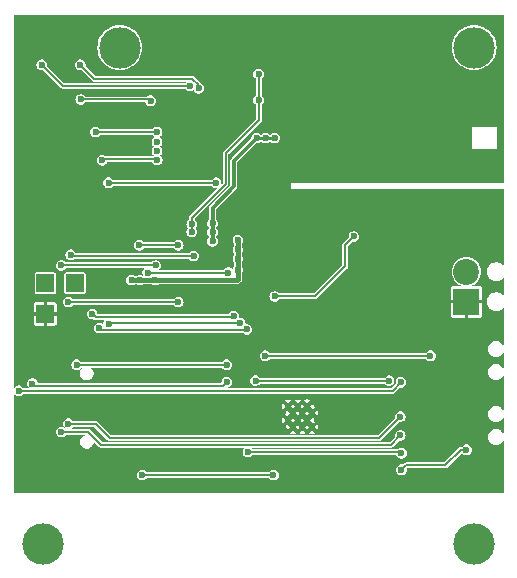
<source format=gbr>
%TF.GenerationSoftware,KiCad,Pcbnew,8.0.3*%
%TF.CreationDate,2024-07-12T15:36:06+02:00*%
%TF.ProjectId,Homekey,486f6d65-6b65-4792-9e6b-696361645f70,rev?*%
%TF.SameCoordinates,Original*%
%TF.FileFunction,Copper,L2,Bot*%
%TF.FilePolarity,Positive*%
%FSLAX46Y46*%
G04 Gerber Fmt 4.6, Leading zero omitted, Abs format (unit mm)*
G04 Created by KiCad (PCBNEW 8.0.3) date 2024-07-12 15:36:06*
%MOMM*%
%LPD*%
G01*
G04 APERTURE LIST*
%TA.AperFunction,ComponentPad*%
%ADD10R,1.500000X1.500000*%
%TD*%
%TA.AperFunction,ComponentPad*%
%ADD11R,2.200000X2.200000*%
%TD*%
%TA.AperFunction,ComponentPad*%
%ADD12C,2.200000*%
%TD*%
%TA.AperFunction,HeatsinkPad*%
%ADD13C,0.600000*%
%TD*%
%TA.AperFunction,ViaPad*%
%ADD14C,3.500000*%
%TD*%
%TA.AperFunction,ViaPad*%
%ADD15C,0.600000*%
%TD*%
%TA.AperFunction,Conductor*%
%ADD16C,0.200000*%
%TD*%
%TA.AperFunction,Conductor*%
%ADD17C,0.400000*%
%TD*%
%TA.AperFunction,Conductor*%
%ADD18C,0.300000*%
%TD*%
%TA.AperFunction,Conductor*%
%ADD19C,0.250000*%
%TD*%
G04 APERTURE END LIST*
D10*
%TO.P,GND1,1,1*%
%TO.N,GND*%
X156100000Y-85650000D03*
%TD*%
D11*
%TO.P,J2,1,Pin_1*%
%TO.N,GND*%
X191750000Y-84620000D03*
D12*
%TO.P,J2,2,Pin_2*%
%TO.N,Net-(D1-A)*%
X191750000Y-82080000D03*
%TD*%
D13*
%TO.P,U1,19,GND*%
%TO.N,GND*%
X178660000Y-95250000D03*
X178660000Y-94050000D03*
X178260000Y-94650000D03*
X178260000Y-93450000D03*
X177860000Y-95250000D03*
X177860000Y-94050000D03*
X177460000Y-94650000D03*
X177460000Y-93450000D03*
X177060000Y-95250000D03*
X177060000Y-94050000D03*
X176660000Y-94650000D03*
X176660000Y-93450000D03*
%TD*%
D10*
%TO.P,RX1,1,1*%
%TO.N,Net-(U1-IO20{slash}RXD)*%
X158600000Y-83050000D03*
%TD*%
%TO.P,TX1,1,1*%
%TO.N,Net-(U1-IO21{slash}TXD)*%
X156100000Y-83050000D03*
%TD*%
D14*
%TO.N,*%
X192400000Y-63100000D03*
X162400000Y-63100000D03*
X192400000Y-105100000D03*
X155900000Y-105100000D03*
D15*
%TO.N,GND*%
X184900000Y-70100000D03*
X184400000Y-93600000D03*
X169400000Y-71850000D03*
X179650000Y-69850000D03*
X158900000Y-61600000D03*
X186400000Y-86600000D03*
X189400000Y-71100000D03*
X163150000Y-76600000D03*
X154400000Y-76600000D03*
X189400000Y-70100000D03*
X180500000Y-79550000D03*
X163150000Y-79100000D03*
X190400000Y-71100000D03*
X180400000Y-90600000D03*
X170650000Y-70600000D03*
X182400000Y-93600000D03*
X178400000Y-64600000D03*
X178650000Y-76350000D03*
X176400000Y-90600000D03*
X169900000Y-84600000D03*
X176400000Y-87600000D03*
X183900000Y-70100000D03*
X156400000Y-96600000D03*
X162400000Y-99600000D03*
X184400000Y-64600000D03*
X163150000Y-75350000D03*
X181400000Y-64600000D03*
X180400000Y-98600000D03*
X169400000Y-69350000D03*
X168150000Y-70600000D03*
X161900000Y-88600000D03*
X155900000Y-61600000D03*
X178400000Y-87600000D03*
X184400000Y-98600000D03*
X182400000Y-90600000D03*
X164900000Y-88600000D03*
X157300000Y-68600000D03*
X167900000Y-88600000D03*
X185900000Y-71100000D03*
X178400000Y-90600000D03*
X190400000Y-70100000D03*
X183900000Y-71100000D03*
X158400000Y-97600000D03*
X180500000Y-81100000D03*
X184150000Y-76350000D03*
X184900000Y-71100000D03*
X165000000Y-84100000D03*
X182400000Y-64600000D03*
X178400000Y-63600000D03*
X185900000Y-70100000D03*
X157400000Y-76600000D03*
X188400000Y-70100000D03*
X159400000Y-71600000D03*
X180400000Y-93600000D03*
X169400000Y-70600000D03*
X163150000Y-77850000D03*
X156400000Y-94600000D03*
X184400000Y-90600000D03*
X159650000Y-68850000D03*
X161900000Y-71100000D03*
X193400000Y-86600000D03*
X183400000Y-64600000D03*
X182400000Y-98600000D03*
X170400000Y-81100000D03*
X176400000Y-98600000D03*
X155500000Y-68600000D03*
X184400000Y-65600000D03*
X156400000Y-90600000D03*
X169400000Y-61100000D03*
X184400000Y-87600000D03*
X192400000Y-86600000D03*
X182400000Y-87600000D03*
X170900000Y-66100000D03*
X180400000Y-87600000D03*
X188400000Y-71100000D03*
X178400000Y-98600000D03*
%TO.N,+3.3V*%
X159100000Y-67500000D03*
X172400000Y-80200000D03*
X172400000Y-81000000D03*
X163400000Y-82800000D03*
X175525000Y-84175000D03*
X165000000Y-67600000D03*
X182225000Y-79100000D03*
X172400000Y-79400000D03*
X188700000Y-89200000D03*
X164100000Y-82800000D03*
X175400000Y-99300000D03*
X174700000Y-89200000D03*
X165400000Y-82800000D03*
X164300000Y-99300000D03*
X172400000Y-81900000D03*
%TO.N,Net-(U2-AVDD)*%
X168500000Y-78050000D03*
X168500000Y-78700000D03*
X174150000Y-65350000D03*
X174150000Y-67550000D03*
%TO.N,Net-(U2-TVDD)*%
X174750000Y-70750000D03*
X170250000Y-79500000D03*
X170250000Y-78750000D03*
X174000000Y-70750000D03*
X175500000Y-70750000D03*
X170250000Y-78000000D03*
%TO.N,RST*%
X186250000Y-98850000D03*
X191750000Y-97150000D03*
%TO.N,LED_G*%
X186200000Y-91450000D03*
X153850000Y-92150000D03*
%TO.N,LED_B*%
X168650000Y-80750000D03*
X158250000Y-80650000D03*
%TO.N,Net-(U1-IO20{slash}RXD)*%
X171450000Y-89950000D03*
X158750000Y-89950000D03*
%TO.N,Net-(U1-IO21{slash}TXD)*%
X155000000Y-91550000D03*
X171450000Y-91450000D03*
%TO.N,SCL*%
X158050000Y-94950000D03*
X167350000Y-79850000D03*
X167350000Y-84650000D03*
X186150000Y-94350000D03*
X158050000Y-84650000D03*
X165550000Y-71099997D03*
X164050000Y-79850000D03*
%TO.N,IRQ_NFC*%
X172050000Y-85850000D03*
X160350000Y-70250000D03*
X165550000Y-70250000D03*
X160050000Y-85650000D03*
%TO.N,SCK_NFC*%
X157450000Y-95650000D03*
X165450000Y-81550000D03*
X157450000Y-81550000D03*
X186150000Y-95950000D03*
%TO.N,MISO_NFC*%
X186250000Y-97450000D03*
X160650000Y-86850000D03*
X173150000Y-86970308D03*
X165562432Y-72599899D03*
X173250000Y-97350000D03*
X160900000Y-72650000D03*
%TO.N,SDA*%
X185200000Y-91300000D03*
X171600000Y-82150000D03*
X164750000Y-82150000D03*
X173900000Y-91300000D03*
X165550000Y-71850000D03*
%TO.N,RST_NFC*%
X172600000Y-86450000D03*
X170550000Y-74550000D03*
X161450000Y-86500000D03*
X161450000Y-74550000D03*
%TO.N,SEL0*%
X169080000Y-66550000D03*
X159050000Y-64550000D03*
%TO.N,SEL1*%
X155800000Y-64550000D03*
X168350000Y-66350000D03*
%TD*%
D16*
%TO.N,+3.3V*%
X178925000Y-84175000D02*
X181500000Y-81600000D01*
D17*
X172400000Y-82700000D02*
X172300000Y-82800000D01*
X172400000Y-81900000D02*
X172400000Y-82700000D01*
D16*
X164300000Y-99300000D02*
X175400000Y-99300000D01*
X164900000Y-67500000D02*
X165000000Y-67600000D01*
D17*
X172300000Y-82800000D02*
X163400000Y-82800000D01*
D16*
X181500000Y-79825000D02*
X182225000Y-79100000D01*
X188700000Y-89200000D02*
X174700000Y-89200000D01*
X175500000Y-99300000D02*
X175400000Y-99300000D01*
X159100000Y-67500000D02*
X164900000Y-67500000D01*
X181500000Y-81600000D02*
X181500000Y-79825000D01*
X175525000Y-84175000D02*
X178925000Y-84175000D01*
D17*
X172400000Y-79400000D02*
X172400000Y-81900000D01*
D16*
%TO.N,Net-(U2-AVDD)*%
X174150000Y-69250000D02*
X171350000Y-72050000D01*
X171350000Y-74650000D02*
X168500000Y-77500000D01*
X174150000Y-65350000D02*
X174150000Y-69250000D01*
X171350000Y-72050000D02*
X171350000Y-74650000D01*
X168500000Y-77500000D02*
X168500000Y-78700000D01*
D18*
%TO.N,Net-(U2-TVDD)*%
X170250000Y-76650000D02*
X170250000Y-79500000D01*
X172050000Y-74850000D02*
X170250000Y-76650000D01*
X174000000Y-70750000D02*
X172050000Y-72700000D01*
X172050000Y-72700000D02*
X172050000Y-74850000D01*
D19*
X175500000Y-70750000D02*
X174000000Y-70750000D01*
D16*
%TO.N,RST*%
X186250000Y-98850000D02*
X186650000Y-98450000D01*
X191250000Y-97150000D02*
X191750000Y-97150000D01*
X186650000Y-98450000D02*
X189950000Y-98450000D01*
X189950000Y-98450000D02*
X191250000Y-97150000D01*
%TO.N,LED_G*%
X185500000Y-92150000D02*
X153850000Y-92150000D01*
X186200000Y-91450000D02*
X185500000Y-92150000D01*
%TO.N,LED_B*%
X158250000Y-80650000D02*
X158350000Y-80750000D01*
X158350000Y-80750000D02*
X168650000Y-80750000D01*
%TO.N,Net-(U1-IO20{slash}RXD)*%
X158750000Y-89950000D02*
X171450000Y-89950000D01*
%TO.N,Net-(U1-IO21{slash}TXD)*%
X171150000Y-91750000D02*
X171450000Y-91450000D01*
X155200000Y-91750000D02*
X171150000Y-91750000D01*
X155000000Y-91550000D02*
X155200000Y-91750000D01*
%TO.N,SCL*%
X161550000Y-96150000D02*
X160350000Y-94950000D01*
X167250000Y-84650000D02*
X167350000Y-84650000D01*
X160350000Y-94950000D02*
X158050000Y-94950000D01*
X158050000Y-84650000D02*
X167250000Y-84650000D01*
X167350000Y-79850000D02*
X164050000Y-79850000D01*
X184350000Y-96150000D02*
X161550000Y-96150000D01*
X186150000Y-94350000D02*
X184350000Y-96150000D01*
%TO.N,IRQ_NFC*%
X171950000Y-85950000D02*
X172050000Y-85850000D01*
X160350000Y-70250000D02*
X165550000Y-70250000D01*
X160050000Y-85650000D02*
X160350000Y-85950000D01*
X160350000Y-85950000D02*
X171950000Y-85950000D01*
%TO.N,SCK_NFC*%
X160819594Y-96750000D02*
X159719594Y-95650000D01*
X157450000Y-81550000D02*
X165450000Y-81550000D01*
X186150000Y-95950000D02*
X185350000Y-96750000D01*
X185350000Y-96750000D02*
X160819594Y-96750000D01*
X159719594Y-95650000D02*
X157450000Y-95650000D01*
%TO.N,MISO_NFC*%
X160650000Y-86850000D02*
X160850000Y-87050000D01*
X186250000Y-97450000D02*
X186150000Y-97350000D01*
X165512533Y-72550000D02*
X165562432Y-72599899D01*
X186150000Y-97350000D02*
X173250000Y-97350000D01*
X173070308Y-87050000D02*
X173150000Y-86970308D01*
X160850000Y-87050000D02*
X173070308Y-87050000D01*
X160900000Y-72650000D02*
X161000000Y-72550000D01*
X161000000Y-72550000D02*
X165512533Y-72550000D01*
%TO.N,SDA*%
X185200000Y-91300000D02*
X173900000Y-91300000D01*
X164750000Y-82150000D02*
X171600000Y-82150000D01*
%TO.N,RST_NFC*%
X161500000Y-86450000D02*
X172600000Y-86450000D01*
X170550000Y-74550000D02*
X161450000Y-74550000D01*
X161450000Y-86500000D02*
X161500000Y-86450000D01*
%TO.N,SEL0*%
X169080000Y-66550000D02*
X169080000Y-66280000D01*
X169080000Y-66280000D02*
X168550000Y-65750000D01*
X168550000Y-65750000D02*
X160250000Y-65750000D01*
X160250000Y-65750000D02*
X159050000Y-64550000D01*
%TO.N,SEL1*%
X168350000Y-66350000D02*
X157600000Y-66350000D01*
X157600000Y-66350000D02*
X155800000Y-64550000D01*
%TD*%
%TA.AperFunction,Conductor*%
%TO.N,GND*%
G36*
X194896632Y-60353368D02*
G01*
X194900000Y-60361500D01*
X194900000Y-74588500D01*
X194896632Y-74596632D01*
X194888500Y-74600000D01*
X176900000Y-74600000D01*
X176900000Y-75100000D01*
X194888500Y-75100000D01*
X194896632Y-75103368D01*
X194900000Y-75111500D01*
X194900000Y-81530158D01*
X194896632Y-81538290D01*
X194888500Y-81541658D01*
X194880368Y-81538290D01*
X194841685Y-81499607D01*
X194800289Y-81458211D01*
X194800285Y-81458208D01*
X194669181Y-81370607D01*
X194523495Y-81310262D01*
X194430366Y-81291737D01*
X194368842Y-81279500D01*
X194211158Y-81279500D01*
X194134357Y-81294776D01*
X194056506Y-81310262D01*
X194056503Y-81310262D01*
X193910818Y-81370607D01*
X193779714Y-81458208D01*
X193668208Y-81569714D01*
X193580607Y-81700818D01*
X193520262Y-81846503D01*
X193520262Y-81846506D01*
X193499661Y-81950072D01*
X193489500Y-82001158D01*
X193489500Y-82158842D01*
X193495996Y-82191497D01*
X193520262Y-82313493D01*
X193520262Y-82313496D01*
X193580607Y-82459181D01*
X193643921Y-82553937D01*
X193668211Y-82590289D01*
X193779711Y-82701789D01*
X193910821Y-82789394D01*
X194056503Y-82849737D01*
X194211158Y-82880500D01*
X194211160Y-82880500D01*
X194368840Y-82880500D01*
X194368842Y-82880500D01*
X194523497Y-82849737D01*
X194669179Y-82789394D01*
X194800289Y-82701789D01*
X194880369Y-82621708D01*
X194888500Y-82618341D01*
X194896632Y-82621709D01*
X194900000Y-82629841D01*
X194900000Y-84070158D01*
X194896632Y-84078290D01*
X194888500Y-84081658D01*
X194880368Y-84078290D01*
X194848852Y-84046774D01*
X194800289Y-83998211D01*
X194715812Y-83941765D01*
X194669181Y-83910607D01*
X194664106Y-83908505D01*
X194596338Y-83880434D01*
X194523495Y-83850262D01*
X194426807Y-83831030D01*
X194368842Y-83819500D01*
X194211158Y-83819500D01*
X194134357Y-83834776D01*
X194056506Y-83850262D01*
X194056503Y-83850262D01*
X193910818Y-83910607D01*
X193779714Y-83998208D01*
X193668208Y-84109714D01*
X193580607Y-84240818D01*
X193520262Y-84386503D01*
X193520262Y-84386506D01*
X193503654Y-84470000D01*
X193489500Y-84541158D01*
X193489500Y-84698842D01*
X193493661Y-84719761D01*
X193520262Y-84853493D01*
X193520262Y-84853496D01*
X193580607Y-84999181D01*
X193668208Y-85130285D01*
X193668211Y-85130289D01*
X193779711Y-85241789D01*
X193910821Y-85329394D01*
X194056503Y-85389737D01*
X194211158Y-85420500D01*
X194211160Y-85420500D01*
X194368840Y-85420500D01*
X194368842Y-85420500D01*
X194523497Y-85389737D01*
X194669179Y-85329394D01*
X194800289Y-85241789D01*
X194880369Y-85161708D01*
X194888500Y-85158341D01*
X194896632Y-85161709D01*
X194900000Y-85169841D01*
X194900000Y-88305930D01*
X194896632Y-88314062D01*
X194888500Y-88317430D01*
X194880368Y-88314062D01*
X194877875Y-88310331D01*
X194876052Y-88305930D01*
X194870775Y-88293189D01*
X194794114Y-88178458D01*
X194696542Y-88080886D01*
X194696538Y-88080883D01*
X194581813Y-88004226D01*
X194454326Y-87951419D01*
X194372831Y-87935209D01*
X194318993Y-87924500D01*
X194181007Y-87924500D01*
X194113800Y-87937868D01*
X194045675Y-87951419D01*
X194045672Y-87951419D01*
X193918186Y-88004226D01*
X193803461Y-88080883D01*
X193705883Y-88178461D01*
X193629226Y-88293186D01*
X193576419Y-88420672D01*
X193576419Y-88420675D01*
X193549500Y-88556008D01*
X193549500Y-88693991D01*
X193576419Y-88829324D01*
X193576419Y-88829327D01*
X193617262Y-88927931D01*
X193629225Y-88956811D01*
X193705886Y-89071542D01*
X193803458Y-89169114D01*
X193918189Y-89245775D01*
X194045672Y-89298580D01*
X194181007Y-89325500D01*
X194181009Y-89325500D01*
X194318991Y-89325500D01*
X194318993Y-89325500D01*
X194454328Y-89298580D01*
X194581811Y-89245775D01*
X194696542Y-89169114D01*
X194794114Y-89071542D01*
X194870775Y-88956811D01*
X194877876Y-88939666D01*
X194884099Y-88933444D01*
X194892901Y-88933444D01*
X194899125Y-88939668D01*
X194900000Y-88944069D01*
X194900000Y-90255930D01*
X194896632Y-90264062D01*
X194888500Y-90267430D01*
X194880368Y-90264062D01*
X194877875Y-90260331D01*
X194876052Y-90255930D01*
X194870775Y-90243189D01*
X194794114Y-90128458D01*
X194696542Y-90030886D01*
X194696538Y-90030883D01*
X194581813Y-89954226D01*
X194454326Y-89901419D01*
X194372831Y-89885209D01*
X194318993Y-89874500D01*
X194181007Y-89874500D01*
X194113800Y-89887868D01*
X194045675Y-89901419D01*
X194045672Y-89901419D01*
X193918186Y-89954226D01*
X193803461Y-90030883D01*
X193705883Y-90128461D01*
X193629226Y-90243186D01*
X193576419Y-90370672D01*
X193576419Y-90370675D01*
X193549500Y-90506008D01*
X193549500Y-90643991D01*
X193576419Y-90779324D01*
X193576419Y-90779327D01*
X193629226Y-90906813D01*
X193662112Y-90956030D01*
X193705886Y-91021542D01*
X193803458Y-91119114D01*
X193918189Y-91195775D01*
X194045672Y-91248580D01*
X194181007Y-91275500D01*
X194181009Y-91275500D01*
X194318991Y-91275500D01*
X194318993Y-91275500D01*
X194454328Y-91248580D01*
X194581811Y-91195775D01*
X194696542Y-91119114D01*
X194794114Y-91021542D01*
X194870775Y-90906811D01*
X194877876Y-90889666D01*
X194884099Y-90883444D01*
X194892901Y-90883444D01*
X194899125Y-90889668D01*
X194900000Y-90894069D01*
X194900000Y-93805930D01*
X194896632Y-93814062D01*
X194888500Y-93817430D01*
X194880368Y-93814062D01*
X194877875Y-93810331D01*
X194876052Y-93805930D01*
X194870775Y-93793189D01*
X194794114Y-93678458D01*
X194696542Y-93580886D01*
X194690972Y-93577164D01*
X194581813Y-93504226D01*
X194454326Y-93451419D01*
X194372831Y-93435209D01*
X194318993Y-93424500D01*
X194181007Y-93424500D01*
X194113800Y-93437868D01*
X194045675Y-93451419D01*
X194045672Y-93451419D01*
X193918186Y-93504226D01*
X193803461Y-93580883D01*
X193705883Y-93678461D01*
X193629226Y-93793186D01*
X193576419Y-93920672D01*
X193576419Y-93920675D01*
X193558392Y-94011303D01*
X193549500Y-94056007D01*
X193549500Y-94193993D01*
X193558227Y-94237867D01*
X193576419Y-94329324D01*
X193576419Y-94329327D01*
X193629226Y-94456813D01*
X193682135Y-94535996D01*
X193705886Y-94571542D01*
X193803458Y-94669114D01*
X193918189Y-94745775D01*
X194045672Y-94798580D01*
X194181007Y-94825500D01*
X194181009Y-94825500D01*
X194318991Y-94825500D01*
X194318993Y-94825500D01*
X194454328Y-94798580D01*
X194581811Y-94745775D01*
X194696542Y-94669114D01*
X194794114Y-94571542D01*
X194870775Y-94456811D01*
X194877876Y-94439666D01*
X194884099Y-94433444D01*
X194892901Y-94433444D01*
X194899125Y-94439668D01*
X194900000Y-94444069D01*
X194900000Y-95755930D01*
X194896632Y-95764062D01*
X194888500Y-95767430D01*
X194880368Y-95764062D01*
X194877875Y-95760331D01*
X194876052Y-95755930D01*
X194870775Y-95743189D01*
X194794114Y-95628458D01*
X194696542Y-95530886D01*
X194682905Y-95521774D01*
X194581813Y-95454226D01*
X194454326Y-95401419D01*
X194359156Y-95382489D01*
X194318993Y-95374500D01*
X194181007Y-95374500D01*
X194113800Y-95387868D01*
X194045675Y-95401419D01*
X194045672Y-95401419D01*
X193918186Y-95454226D01*
X193803461Y-95530883D01*
X193705883Y-95628461D01*
X193629226Y-95743186D01*
X193576419Y-95870672D01*
X193576419Y-95870675D01*
X193570487Y-95900500D01*
X193549500Y-96006007D01*
X193549500Y-96143993D01*
X193559858Y-96196064D01*
X193576419Y-96279324D01*
X193576419Y-96279327D01*
X193629226Y-96406813D01*
X193691158Y-96499500D01*
X193705886Y-96521542D01*
X193803458Y-96619114D01*
X193918189Y-96695775D01*
X194045672Y-96748580D01*
X194181007Y-96775500D01*
X194181009Y-96775500D01*
X194318991Y-96775500D01*
X194318993Y-96775500D01*
X194454328Y-96748580D01*
X194581811Y-96695775D01*
X194696542Y-96619114D01*
X194794114Y-96521542D01*
X194870775Y-96406811D01*
X194877876Y-96389666D01*
X194884099Y-96383444D01*
X194892901Y-96383444D01*
X194899125Y-96389668D01*
X194900000Y-96394069D01*
X194900000Y-100838500D01*
X194896632Y-100846632D01*
X194888500Y-100850000D01*
X153411500Y-100850000D01*
X153403368Y-100846632D01*
X153400000Y-100838500D01*
X153400000Y-99300000D01*
X163844867Y-99300000D01*
X163863302Y-99428223D01*
X163917118Y-99546063D01*
X163917118Y-99546064D01*
X164001950Y-99643966D01*
X164001951Y-99643967D01*
X164110931Y-99714004D01*
X164183560Y-99735329D01*
X164235227Y-99750500D01*
X164235228Y-99750500D01*
X164364772Y-99750500D01*
X164489069Y-99714004D01*
X164598049Y-99643967D01*
X164675598Y-99554469D01*
X164683468Y-99550529D01*
X164684289Y-99550500D01*
X175015711Y-99550500D01*
X175023843Y-99553868D01*
X175024402Y-99554469D01*
X175101951Y-99643967D01*
X175210931Y-99714004D01*
X175283560Y-99735329D01*
X175335227Y-99750500D01*
X175335228Y-99750500D01*
X175464772Y-99750500D01*
X175589069Y-99714004D01*
X175698049Y-99643967D01*
X175782882Y-99546063D01*
X175836697Y-99428226D01*
X175855133Y-99300000D01*
X175836697Y-99171774D01*
X175782882Y-99053937D01*
X175782881Y-99053935D01*
X175698049Y-98956033D01*
X175698045Y-98956030D01*
X175589070Y-98885996D01*
X175466476Y-98850000D01*
X185794867Y-98850000D01*
X185813302Y-98978223D01*
X185813302Y-98978224D01*
X185813303Y-98978226D01*
X185867118Y-99096063D01*
X185867118Y-99096064D01*
X185951950Y-99193966D01*
X185951951Y-99193967D01*
X186060931Y-99264004D01*
X186133560Y-99285329D01*
X186185227Y-99300500D01*
X186185228Y-99300500D01*
X186314772Y-99300500D01*
X186439069Y-99264004D01*
X186548049Y-99193967D01*
X186632882Y-99096063D01*
X186686697Y-98978226D01*
X186705133Y-98850000D01*
X186693271Y-98767505D01*
X186695448Y-98758977D01*
X186696515Y-98757744D01*
X186750393Y-98703868D01*
X186758525Y-98700500D01*
X189999826Y-98700500D01*
X189999828Y-98700500D01*
X190091897Y-98662364D01*
X191350392Y-97403867D01*
X191358524Y-97400500D01*
X191365711Y-97400500D01*
X191373843Y-97403868D01*
X191374402Y-97404469D01*
X191438311Y-97478226D01*
X191451951Y-97493967D01*
X191560931Y-97564004D01*
X191609358Y-97578223D01*
X191685227Y-97600500D01*
X191685228Y-97600500D01*
X191814772Y-97600500D01*
X191939069Y-97564004D01*
X192048049Y-97493967D01*
X192132882Y-97396063D01*
X192186697Y-97278226D01*
X192205133Y-97150000D01*
X192186697Y-97021774D01*
X192132882Y-96903937D01*
X192132881Y-96903935D01*
X192048049Y-96806033D01*
X192048045Y-96806030D01*
X191939070Y-96735996D01*
X191814773Y-96699500D01*
X191814772Y-96699500D01*
X191685228Y-96699500D01*
X191685227Y-96699500D01*
X191560929Y-96735996D01*
X191451954Y-96806030D01*
X191451950Y-96806033D01*
X191374402Y-96895531D01*
X191366532Y-96899471D01*
X191365711Y-96899500D01*
X191301171Y-96899500D01*
X191301163Y-96899499D01*
X191299828Y-96899499D01*
X191200173Y-96899499D01*
X191146240Y-96921839D01*
X191108101Y-96937637D01*
X189849607Y-98196132D01*
X189841475Y-98199500D01*
X186699827Y-98199500D01*
X186600172Y-98199500D01*
X186508103Y-98237636D01*
X186508101Y-98237637D01*
X186343920Y-98401817D01*
X186335788Y-98405185D01*
X186332548Y-98404719D01*
X186314773Y-98399500D01*
X186314772Y-98399500D01*
X186185228Y-98399500D01*
X186185227Y-98399500D01*
X186060929Y-98435996D01*
X185951954Y-98506030D01*
X185951950Y-98506033D01*
X185867118Y-98603935D01*
X185867118Y-98603936D01*
X185813302Y-98721776D01*
X185794867Y-98850000D01*
X175466476Y-98850000D01*
X175464773Y-98849500D01*
X175464772Y-98849500D01*
X175335228Y-98849500D01*
X175335227Y-98849500D01*
X175210929Y-98885996D01*
X175101954Y-98956030D01*
X175101950Y-98956033D01*
X175024402Y-99045531D01*
X175016532Y-99049471D01*
X175015711Y-99049500D01*
X164684289Y-99049500D01*
X164676157Y-99046132D01*
X164675598Y-99045531D01*
X164598049Y-98956033D01*
X164598045Y-98956030D01*
X164489070Y-98885996D01*
X164364773Y-98849500D01*
X164364772Y-98849500D01*
X164235228Y-98849500D01*
X164235227Y-98849500D01*
X164110929Y-98885996D01*
X164001954Y-98956030D01*
X164001950Y-98956033D01*
X163917118Y-99053935D01*
X163917118Y-99053936D01*
X163863302Y-99171776D01*
X163844867Y-99300000D01*
X153400000Y-99300000D01*
X153400000Y-95650000D01*
X156994867Y-95650000D01*
X157013302Y-95778223D01*
X157067118Y-95896063D01*
X157067118Y-95896064D01*
X157151950Y-95993966D01*
X157151954Y-95993969D01*
X157227099Y-96042262D01*
X157260931Y-96064004D01*
X157309358Y-96078223D01*
X157385227Y-96100500D01*
X157385228Y-96100500D01*
X157514772Y-96100500D01*
X157639069Y-96064004D01*
X157748049Y-95993967D01*
X157825598Y-95904469D01*
X157833468Y-95900529D01*
X157834289Y-95900500D01*
X159494132Y-95900500D01*
X159502264Y-95903868D01*
X159505632Y-95912000D01*
X159502264Y-95920132D01*
X159497108Y-95923108D01*
X159382870Y-95953717D01*
X159382860Y-95953721D01*
X159251635Y-96029484D01*
X159144484Y-96136635D01*
X159068721Y-96267860D01*
X159068717Y-96267870D01*
X159029500Y-96414234D01*
X159029500Y-96565765D01*
X159068717Y-96712129D01*
X159068721Y-96712139D01*
X159122929Y-96806030D01*
X159144485Y-96843365D01*
X159251635Y-96950515D01*
X159382865Y-97026281D01*
X159529234Y-97065500D01*
X159680766Y-97065500D01*
X159827135Y-97026281D01*
X159958365Y-96950515D01*
X160065515Y-96843365D01*
X160141281Y-96712135D01*
X160180500Y-96565766D01*
X160180500Y-96492930D01*
X160183868Y-96484798D01*
X160192000Y-96481430D01*
X160200132Y-96484798D01*
X160607229Y-96891895D01*
X160607230Y-96891897D01*
X160677697Y-96962364D01*
X160769766Y-97000500D01*
X172931564Y-97000500D01*
X172939696Y-97003868D01*
X172943064Y-97012000D01*
X172940255Y-97019531D01*
X172867118Y-97103935D01*
X172867118Y-97103936D01*
X172813302Y-97221776D01*
X172794867Y-97350000D01*
X172813302Y-97478223D01*
X172813302Y-97478224D01*
X172813303Y-97478226D01*
X172820492Y-97493967D01*
X172867118Y-97596063D01*
X172867118Y-97596064D01*
X172951950Y-97693966D01*
X172951951Y-97693967D01*
X173060931Y-97764004D01*
X173133560Y-97785329D01*
X173185227Y-97800500D01*
X173185228Y-97800500D01*
X173314772Y-97800500D01*
X173439069Y-97764004D01*
X173548049Y-97693967D01*
X173625598Y-97604469D01*
X173633468Y-97600529D01*
X173634289Y-97600500D01*
X185816084Y-97600500D01*
X185824216Y-97603868D01*
X185826545Y-97607223D01*
X185867118Y-97696063D01*
X185867118Y-97696064D01*
X185951950Y-97793966D01*
X185951954Y-97793969D01*
X185962116Y-97800500D01*
X186060931Y-97864004D01*
X186133560Y-97885329D01*
X186185227Y-97900500D01*
X186185228Y-97900500D01*
X186314772Y-97900500D01*
X186439069Y-97864004D01*
X186548049Y-97793967D01*
X186632882Y-97696063D01*
X186686697Y-97578226D01*
X186705133Y-97450000D01*
X186686697Y-97321774D01*
X186632882Y-97203937D01*
X186632881Y-97203935D01*
X186548049Y-97106033D01*
X186548045Y-97106030D01*
X186439070Y-97035996D01*
X186314773Y-96999500D01*
X186314772Y-96999500D01*
X186185228Y-96999500D01*
X186185227Y-96999500D01*
X186060929Y-97035996D01*
X185964958Y-97097674D01*
X185958741Y-97099500D01*
X173634289Y-97099500D01*
X173626157Y-97096132D01*
X173625598Y-97095531D01*
X173559745Y-97019531D01*
X173556965Y-97011179D01*
X173560905Y-97003309D01*
X173568436Y-97000500D01*
X185399826Y-97000500D01*
X185399828Y-97000500D01*
X185491897Y-96962364D01*
X186056078Y-96398180D01*
X186064209Y-96394813D01*
X186067446Y-96395278D01*
X186078089Y-96398403D01*
X186085227Y-96400500D01*
X186085228Y-96400500D01*
X186214772Y-96400500D01*
X186339069Y-96364004D01*
X186448049Y-96293967D01*
X186532882Y-96196063D01*
X186586697Y-96078226D01*
X186605133Y-95950000D01*
X186586697Y-95821774D01*
X186532882Y-95703937D01*
X186532881Y-95703935D01*
X186448049Y-95606033D01*
X186448045Y-95606030D01*
X186339070Y-95535996D01*
X186214773Y-95499500D01*
X186214772Y-95499500D01*
X186085228Y-95499500D01*
X186085227Y-95499500D01*
X185960929Y-95535996D01*
X185851954Y-95606030D01*
X185851950Y-95606033D01*
X185767118Y-95703935D01*
X185767118Y-95703936D01*
X185713302Y-95821776D01*
X185694867Y-95950000D01*
X185706727Y-96032493D01*
X185704550Y-96041022D01*
X185703476Y-96042262D01*
X185249607Y-96496132D01*
X185241475Y-96499500D01*
X160928118Y-96499500D01*
X160919986Y-96496132D01*
X159861492Y-95437637D01*
X159861491Y-95437636D01*
X159769422Y-95399500D01*
X159769420Y-95399500D01*
X158198163Y-95399500D01*
X158190031Y-95396132D01*
X158186663Y-95388000D01*
X158190031Y-95379868D01*
X158194923Y-95376966D01*
X158239069Y-95364004D01*
X158348049Y-95293967D01*
X158425598Y-95204469D01*
X158433468Y-95200529D01*
X158434289Y-95200500D01*
X160241475Y-95200500D01*
X160249607Y-95203868D01*
X161337636Y-96291897D01*
X161408103Y-96362364D01*
X161500172Y-96400500D01*
X161500173Y-96400500D01*
X184399826Y-96400500D01*
X184399828Y-96400500D01*
X184491897Y-96362364D01*
X186056079Y-94798180D01*
X186064210Y-94794813D01*
X186067445Y-94795278D01*
X186085228Y-94800500D01*
X186214772Y-94800500D01*
X186339069Y-94764004D01*
X186448049Y-94693967D01*
X186532882Y-94596063D01*
X186586697Y-94478226D01*
X186605133Y-94350000D01*
X186586697Y-94221774D01*
X186532882Y-94103937D01*
X186532881Y-94103935D01*
X186448049Y-94006033D01*
X186448045Y-94006030D01*
X186339070Y-93935996D01*
X186214773Y-93899500D01*
X186214772Y-93899500D01*
X186085228Y-93899500D01*
X186085227Y-93899500D01*
X185960929Y-93935996D01*
X185851954Y-94006030D01*
X185851950Y-94006033D01*
X185767118Y-94103935D01*
X185767118Y-94103936D01*
X185713302Y-94221776D01*
X185694867Y-94350000D01*
X185706727Y-94432492D01*
X185704550Y-94441021D01*
X185703476Y-94442261D01*
X184249607Y-95896132D01*
X184241475Y-95899500D01*
X161658525Y-95899500D01*
X161650393Y-95896132D01*
X161487343Y-95733082D01*
X176789049Y-95733082D01*
X176916420Y-95785842D01*
X176916418Y-95785842D01*
X177060000Y-95804745D01*
X177203580Y-95785842D01*
X177330949Y-95733082D01*
X177589049Y-95733082D01*
X177716420Y-95785842D01*
X177716418Y-95785842D01*
X177860000Y-95804745D01*
X178003580Y-95785842D01*
X178130949Y-95733082D01*
X178389049Y-95733082D01*
X178516420Y-95785842D01*
X178516418Y-95785842D01*
X178660000Y-95804745D01*
X178803580Y-95785842D01*
X178930949Y-95733082D01*
X178659999Y-95462132D01*
X178389049Y-95733082D01*
X178130949Y-95733082D01*
X177859999Y-95462132D01*
X177589049Y-95733082D01*
X177330949Y-95733082D01*
X177059999Y-95462132D01*
X176789049Y-95733082D01*
X161487343Y-95733082D01*
X160887343Y-95133082D01*
X176389049Y-95133082D01*
X176505688Y-95181396D01*
X176511912Y-95187620D01*
X176512689Y-95193522D01*
X176505254Y-95249999D01*
X176524157Y-95393578D01*
X176576916Y-95520949D01*
X176847866Y-95249999D01*
X176818030Y-95220163D01*
X176910000Y-95220163D01*
X176910000Y-95279837D01*
X176932836Y-95334968D01*
X176975032Y-95377164D01*
X177030163Y-95400000D01*
X177089837Y-95400000D01*
X177144968Y-95377164D01*
X177187164Y-95334968D01*
X177210000Y-95279837D01*
X177210000Y-95250000D01*
X177272133Y-95250000D01*
X177460000Y-95437867D01*
X177647867Y-95250000D01*
X177618030Y-95220163D01*
X177710000Y-95220163D01*
X177710000Y-95279837D01*
X177732836Y-95334968D01*
X177775032Y-95377164D01*
X177830163Y-95400000D01*
X177889837Y-95400000D01*
X177944968Y-95377164D01*
X177987164Y-95334968D01*
X178010000Y-95279837D01*
X178010000Y-95250000D01*
X178072133Y-95250000D01*
X178260000Y-95437867D01*
X178447867Y-95250000D01*
X178418030Y-95220163D01*
X178510000Y-95220163D01*
X178510000Y-95279837D01*
X178532836Y-95334968D01*
X178575032Y-95377164D01*
X178630163Y-95400000D01*
X178689837Y-95400000D01*
X178744968Y-95377164D01*
X178787164Y-95334968D01*
X178810000Y-95279837D01*
X178810000Y-95249999D01*
X178872132Y-95249999D01*
X179143082Y-95520949D01*
X179195842Y-95393580D01*
X179214745Y-95250000D01*
X179195842Y-95106419D01*
X179143082Y-94979049D01*
X178872132Y-95249999D01*
X178810000Y-95249999D01*
X178810000Y-95220163D01*
X178787164Y-95165032D01*
X178744968Y-95122836D01*
X178689837Y-95100000D01*
X178630163Y-95100000D01*
X178575032Y-95122836D01*
X178532836Y-95165032D01*
X178510000Y-95220163D01*
X178418030Y-95220163D01*
X178260000Y-95062133D01*
X178072133Y-95250000D01*
X178010000Y-95250000D01*
X178010000Y-95220163D01*
X177987164Y-95165032D01*
X177944968Y-95122836D01*
X177889837Y-95100000D01*
X177830163Y-95100000D01*
X177775032Y-95122836D01*
X177732836Y-95165032D01*
X177710000Y-95220163D01*
X177618030Y-95220163D01*
X177460000Y-95062133D01*
X177272133Y-95250000D01*
X177210000Y-95250000D01*
X177210000Y-95220163D01*
X177187164Y-95165032D01*
X177144968Y-95122836D01*
X177089837Y-95100000D01*
X177030163Y-95100000D01*
X176975032Y-95122836D01*
X176932836Y-95165032D01*
X176910000Y-95220163D01*
X176818030Y-95220163D01*
X176559999Y-94962132D01*
X176389049Y-95133082D01*
X160887343Y-95133082D01*
X160491898Y-94737637D01*
X160491897Y-94737636D01*
X160399828Y-94699500D01*
X160399826Y-94699500D01*
X158434289Y-94699500D01*
X158426157Y-94696132D01*
X158425598Y-94695531D01*
X158386146Y-94650000D01*
X176105254Y-94650000D01*
X176124157Y-94793578D01*
X176176916Y-94920949D01*
X176447866Y-94649999D01*
X176418030Y-94620163D01*
X176510000Y-94620163D01*
X176510000Y-94679837D01*
X176532836Y-94734968D01*
X176575032Y-94777164D01*
X176630163Y-94800000D01*
X176689837Y-94800000D01*
X176744968Y-94777164D01*
X176787164Y-94734968D01*
X176810000Y-94679837D01*
X176810000Y-94650000D01*
X176872133Y-94650000D01*
X177060000Y-94837867D01*
X177247867Y-94650000D01*
X177218030Y-94620163D01*
X177310000Y-94620163D01*
X177310000Y-94679837D01*
X177332836Y-94734968D01*
X177375032Y-94777164D01*
X177430163Y-94800000D01*
X177489837Y-94800000D01*
X177544968Y-94777164D01*
X177587164Y-94734968D01*
X177610000Y-94679837D01*
X177610000Y-94650000D01*
X177672133Y-94650000D01*
X177860000Y-94837867D01*
X178047867Y-94650000D01*
X178018030Y-94620163D01*
X178110000Y-94620163D01*
X178110000Y-94679837D01*
X178132836Y-94734968D01*
X178175032Y-94777164D01*
X178230163Y-94800000D01*
X178289837Y-94800000D01*
X178344968Y-94777164D01*
X178387164Y-94734968D01*
X178410000Y-94679837D01*
X178410000Y-94650000D01*
X178472133Y-94650000D01*
X178759999Y-94937866D01*
X178930949Y-94766916D01*
X178814310Y-94718602D01*
X178808086Y-94712378D01*
X178807309Y-94706476D01*
X178814745Y-94649999D01*
X178807309Y-94593522D01*
X178809587Y-94585020D01*
X178814310Y-94581396D01*
X178930949Y-94533082D01*
X178760000Y-94362133D01*
X178472133Y-94650000D01*
X178410000Y-94650000D01*
X178410000Y-94620163D01*
X178387164Y-94565032D01*
X178344968Y-94522836D01*
X178289837Y-94500000D01*
X178230163Y-94500000D01*
X178175032Y-94522836D01*
X178132836Y-94565032D01*
X178110000Y-94620163D01*
X178018030Y-94620163D01*
X177860000Y-94462133D01*
X177672133Y-94650000D01*
X177610000Y-94650000D01*
X177610000Y-94620163D01*
X177587164Y-94565032D01*
X177544968Y-94522836D01*
X177489837Y-94500000D01*
X177430163Y-94500000D01*
X177375032Y-94522836D01*
X177332836Y-94565032D01*
X177310000Y-94620163D01*
X177218030Y-94620163D01*
X177060000Y-94462133D01*
X176872133Y-94650000D01*
X176810000Y-94650000D01*
X176810000Y-94620163D01*
X176787164Y-94565032D01*
X176744968Y-94522836D01*
X176689837Y-94500000D01*
X176630163Y-94500000D01*
X176575032Y-94522836D01*
X176532836Y-94565032D01*
X176510000Y-94620163D01*
X176418030Y-94620163D01*
X176176916Y-94379049D01*
X176124157Y-94506421D01*
X176105254Y-94650000D01*
X158386146Y-94650000D01*
X158348049Y-94606033D01*
X158348045Y-94606030D01*
X158239070Y-94535996D01*
X158114773Y-94499500D01*
X158114772Y-94499500D01*
X157985228Y-94499500D01*
X157985227Y-94499500D01*
X157860929Y-94535996D01*
X157751954Y-94606030D01*
X157751950Y-94606033D01*
X157667118Y-94703935D01*
X157667118Y-94703936D01*
X157613302Y-94821776D01*
X157594867Y-94950000D01*
X157613302Y-95078223D01*
X157613302Y-95078224D01*
X157613303Y-95078226D01*
X157660420Y-95181396D01*
X157667118Y-95196063D01*
X157667118Y-95196064D01*
X157728070Y-95266407D01*
X157730850Y-95274759D01*
X157726910Y-95282629D01*
X157718558Y-95285409D01*
X157713162Y-95283612D01*
X157639070Y-95235996D01*
X157514773Y-95199500D01*
X157514772Y-95199500D01*
X157385228Y-95199500D01*
X157385227Y-95199500D01*
X157260929Y-95235996D01*
X157151954Y-95306030D01*
X157151950Y-95306033D01*
X157067118Y-95403935D01*
X157067118Y-95403936D01*
X157013302Y-95521776D01*
X156994867Y-95650000D01*
X153400000Y-95650000D01*
X153400000Y-93933082D01*
X176389049Y-93933082D01*
X176505688Y-93981396D01*
X176511912Y-93987620D01*
X176512689Y-93993522D01*
X176505254Y-94049999D01*
X176512689Y-94106476D01*
X176510410Y-94114978D01*
X176505688Y-94118602D01*
X176389049Y-94166916D01*
X176560000Y-94337867D01*
X176847867Y-94050000D01*
X176818030Y-94020163D01*
X176910000Y-94020163D01*
X176910000Y-94079837D01*
X176932836Y-94134968D01*
X176975032Y-94177164D01*
X177030163Y-94200000D01*
X177089837Y-94200000D01*
X177144968Y-94177164D01*
X177187164Y-94134968D01*
X177210000Y-94079837D01*
X177210000Y-94050000D01*
X177272133Y-94050000D01*
X177460000Y-94237867D01*
X177647867Y-94050000D01*
X177618030Y-94020163D01*
X177710000Y-94020163D01*
X177710000Y-94079837D01*
X177732836Y-94134968D01*
X177775032Y-94177164D01*
X177830163Y-94200000D01*
X177889837Y-94200000D01*
X177944968Y-94177164D01*
X177987164Y-94134968D01*
X178010000Y-94079837D01*
X178010000Y-94050000D01*
X178072133Y-94050000D01*
X178260000Y-94237867D01*
X178447867Y-94050000D01*
X178418030Y-94020163D01*
X178510000Y-94020163D01*
X178510000Y-94079837D01*
X178532836Y-94134968D01*
X178575032Y-94177164D01*
X178630163Y-94200000D01*
X178689837Y-94200000D01*
X178744968Y-94177164D01*
X178787164Y-94134968D01*
X178810000Y-94079837D01*
X178810000Y-94049999D01*
X178872132Y-94049999D01*
X179143082Y-94320949D01*
X179195842Y-94193580D01*
X179214745Y-94050000D01*
X179195842Y-93906419D01*
X179143082Y-93779049D01*
X178872132Y-94049999D01*
X178810000Y-94049999D01*
X178810000Y-94020163D01*
X178787164Y-93965032D01*
X178744968Y-93922836D01*
X178689837Y-93900000D01*
X178630163Y-93900000D01*
X178575032Y-93922836D01*
X178532836Y-93965032D01*
X178510000Y-94020163D01*
X178418030Y-94020163D01*
X178260000Y-93862133D01*
X178072133Y-94050000D01*
X178010000Y-94050000D01*
X178010000Y-94020163D01*
X177987164Y-93965032D01*
X177944968Y-93922836D01*
X177889837Y-93900000D01*
X177830163Y-93900000D01*
X177775032Y-93922836D01*
X177732836Y-93965032D01*
X177710000Y-94020163D01*
X177618030Y-94020163D01*
X177460000Y-93862133D01*
X177272133Y-94050000D01*
X177210000Y-94050000D01*
X177210000Y-94020163D01*
X177187164Y-93965032D01*
X177144968Y-93922836D01*
X177089837Y-93900000D01*
X177030163Y-93900000D01*
X176975032Y-93922836D01*
X176932836Y-93965032D01*
X176910000Y-94020163D01*
X176818030Y-94020163D01*
X176559999Y-93762132D01*
X176389049Y-93933082D01*
X153400000Y-93933082D01*
X153400000Y-93450000D01*
X176105254Y-93450000D01*
X176124157Y-93593578D01*
X176176916Y-93720949D01*
X176447866Y-93449999D01*
X176418030Y-93420163D01*
X176510000Y-93420163D01*
X176510000Y-93479837D01*
X176532836Y-93534968D01*
X176575032Y-93577164D01*
X176630163Y-93600000D01*
X176689837Y-93600000D01*
X176744968Y-93577164D01*
X176787164Y-93534968D01*
X176810000Y-93479837D01*
X176810000Y-93450000D01*
X176872133Y-93450000D01*
X177060000Y-93637867D01*
X177247867Y-93450000D01*
X177218030Y-93420163D01*
X177310000Y-93420163D01*
X177310000Y-93479837D01*
X177332836Y-93534968D01*
X177375032Y-93577164D01*
X177430163Y-93600000D01*
X177489837Y-93600000D01*
X177544968Y-93577164D01*
X177587164Y-93534968D01*
X177610000Y-93479837D01*
X177610000Y-93450000D01*
X177672133Y-93450000D01*
X177860000Y-93637867D01*
X178047867Y-93450000D01*
X178018030Y-93420163D01*
X178110000Y-93420163D01*
X178110000Y-93479837D01*
X178132836Y-93534968D01*
X178175032Y-93577164D01*
X178230163Y-93600000D01*
X178289837Y-93600000D01*
X178344968Y-93577164D01*
X178387164Y-93534968D01*
X178410000Y-93479837D01*
X178410000Y-93449999D01*
X178472132Y-93449999D01*
X178759999Y-93737866D01*
X178930949Y-93566916D01*
X178814310Y-93518602D01*
X178808086Y-93512378D01*
X178807309Y-93506476D01*
X178814745Y-93449999D01*
X178795842Y-93306419D01*
X178743082Y-93179049D01*
X178472132Y-93449999D01*
X178410000Y-93449999D01*
X178410000Y-93420163D01*
X178387164Y-93365032D01*
X178344968Y-93322836D01*
X178289837Y-93300000D01*
X178230163Y-93300000D01*
X178175032Y-93322836D01*
X178132836Y-93365032D01*
X178110000Y-93420163D01*
X178018030Y-93420163D01*
X177860000Y-93262133D01*
X177672133Y-93450000D01*
X177610000Y-93450000D01*
X177610000Y-93420163D01*
X177587164Y-93365032D01*
X177544968Y-93322836D01*
X177489837Y-93300000D01*
X177430163Y-93300000D01*
X177375032Y-93322836D01*
X177332836Y-93365032D01*
X177310000Y-93420163D01*
X177218030Y-93420163D01*
X177060000Y-93262133D01*
X176872133Y-93450000D01*
X176810000Y-93450000D01*
X176810000Y-93420163D01*
X176787164Y-93365032D01*
X176744968Y-93322836D01*
X176689837Y-93300000D01*
X176630163Y-93300000D01*
X176575032Y-93322836D01*
X176532836Y-93365032D01*
X176510000Y-93420163D01*
X176418030Y-93420163D01*
X176176916Y-93179049D01*
X176124157Y-93306421D01*
X176105254Y-93450000D01*
X153400000Y-93450000D01*
X153400000Y-92966916D01*
X176389049Y-92966916D01*
X176659999Y-93237866D01*
X176930949Y-92966916D01*
X177189049Y-92966916D01*
X177459999Y-93237866D01*
X177730949Y-92966916D01*
X177989049Y-92966916D01*
X178259999Y-93237866D01*
X178530949Y-92966916D01*
X178403578Y-92914157D01*
X178260000Y-92895254D01*
X178116421Y-92914157D01*
X177989049Y-92966916D01*
X177730949Y-92966916D01*
X177603578Y-92914157D01*
X177460000Y-92895254D01*
X177316421Y-92914157D01*
X177189049Y-92966916D01*
X176930949Y-92966916D01*
X176803578Y-92914157D01*
X176660000Y-92895254D01*
X176516421Y-92914157D01*
X176389049Y-92966916D01*
X153400000Y-92966916D01*
X153400000Y-92301959D01*
X153403368Y-92293827D01*
X153411500Y-92290459D01*
X153419632Y-92293827D01*
X153421958Y-92297177D01*
X153451727Y-92362362D01*
X153467118Y-92396063D01*
X153467118Y-92396064D01*
X153551950Y-92493966D01*
X153551951Y-92493967D01*
X153660931Y-92564004D01*
X153733560Y-92585329D01*
X153785227Y-92600500D01*
X153785228Y-92600500D01*
X153914772Y-92600500D01*
X154039069Y-92564004D01*
X154148049Y-92493967D01*
X154225598Y-92404469D01*
X154233468Y-92400529D01*
X154234289Y-92400500D01*
X185549826Y-92400500D01*
X185549828Y-92400500D01*
X185641897Y-92362364D01*
X186106079Y-91898180D01*
X186114210Y-91894813D01*
X186117445Y-91895278D01*
X186135228Y-91900500D01*
X186264772Y-91900500D01*
X186389069Y-91864004D01*
X186498049Y-91793967D01*
X186582882Y-91696063D01*
X186636697Y-91578226D01*
X186655133Y-91450000D01*
X186636697Y-91321774D01*
X186582882Y-91203937D01*
X186582881Y-91203935D01*
X186498049Y-91106033D01*
X186498045Y-91106030D01*
X186389070Y-91035996D01*
X186264773Y-90999500D01*
X186264772Y-90999500D01*
X186135228Y-90999500D01*
X186135227Y-90999500D01*
X186010929Y-91035996D01*
X185901954Y-91106030D01*
X185901950Y-91106033D01*
X185817118Y-91203935D01*
X185817118Y-91203936D01*
X185763302Y-91321776D01*
X185744867Y-91450000D01*
X185756727Y-91532492D01*
X185754550Y-91541021D01*
X185753476Y-91542261D01*
X185399607Y-91896132D01*
X185391475Y-91899500D01*
X171598163Y-91899500D01*
X171590031Y-91896132D01*
X171586663Y-91888000D01*
X171590031Y-91879868D01*
X171594923Y-91876966D01*
X171639069Y-91864004D01*
X171748049Y-91793967D01*
X171832882Y-91696063D01*
X171886697Y-91578226D01*
X171905133Y-91450000D01*
X171886697Y-91321774D01*
X171876753Y-91300000D01*
X173444867Y-91300000D01*
X173463302Y-91428223D01*
X173517118Y-91546063D01*
X173517118Y-91546064D01*
X173601950Y-91643966D01*
X173601954Y-91643969D01*
X173683015Y-91696064D01*
X173710931Y-91714004D01*
X173783560Y-91735329D01*
X173835227Y-91750500D01*
X173835228Y-91750500D01*
X173964772Y-91750500D01*
X174089069Y-91714004D01*
X174198049Y-91643967D01*
X174275598Y-91554469D01*
X174283468Y-91550529D01*
X174284289Y-91550500D01*
X184815711Y-91550500D01*
X184823843Y-91553868D01*
X184824402Y-91554469D01*
X184901950Y-91643966D01*
X184901954Y-91643969D01*
X184983015Y-91696064D01*
X185010931Y-91714004D01*
X185083560Y-91735329D01*
X185135227Y-91750500D01*
X185135228Y-91750500D01*
X185264772Y-91750500D01*
X185389069Y-91714004D01*
X185498049Y-91643967D01*
X185582882Y-91546063D01*
X185636697Y-91428226D01*
X185655133Y-91300000D01*
X185636697Y-91171774D01*
X185582882Y-91053937D01*
X185582881Y-91053935D01*
X185498049Y-90956033D01*
X185498045Y-90956030D01*
X185389070Y-90885996D01*
X185264773Y-90849500D01*
X185264772Y-90849500D01*
X185135228Y-90849500D01*
X185135227Y-90849500D01*
X185010929Y-90885996D01*
X184901954Y-90956030D01*
X184901950Y-90956033D01*
X184824402Y-91045531D01*
X184816532Y-91049471D01*
X184815711Y-91049500D01*
X174284289Y-91049500D01*
X174276157Y-91046132D01*
X174275598Y-91045531D01*
X174198049Y-90956033D01*
X174198045Y-90956030D01*
X174089070Y-90885996D01*
X173964773Y-90849500D01*
X173964772Y-90849500D01*
X173835228Y-90849500D01*
X173835227Y-90849500D01*
X173710929Y-90885996D01*
X173601954Y-90956030D01*
X173601950Y-90956033D01*
X173517118Y-91053935D01*
X173517118Y-91053936D01*
X173463302Y-91171776D01*
X173444867Y-91300000D01*
X171876753Y-91300000D01*
X171832882Y-91203937D01*
X171832881Y-91203935D01*
X171748049Y-91106033D01*
X171748045Y-91106030D01*
X171639070Y-91035996D01*
X171514773Y-90999500D01*
X171514772Y-90999500D01*
X171385228Y-90999500D01*
X171385227Y-90999500D01*
X171260929Y-91035996D01*
X171151954Y-91106030D01*
X171151950Y-91106033D01*
X171067118Y-91203935D01*
X171067118Y-91203936D01*
X171013302Y-91321776D01*
X170994867Y-91450000D01*
X171000095Y-91486363D01*
X170997918Y-91494892D01*
X170990349Y-91499383D01*
X170988712Y-91499500D01*
X155457837Y-91499500D01*
X155449705Y-91496132D01*
X155446454Y-91489637D01*
X155440755Y-91450000D01*
X155436697Y-91421774D01*
X155382882Y-91303937D01*
X155382881Y-91303935D01*
X155298049Y-91206033D01*
X155298045Y-91206030D01*
X155189070Y-91135996D01*
X155064773Y-91099500D01*
X155064772Y-91099500D01*
X154935228Y-91099500D01*
X154935227Y-91099500D01*
X154810929Y-91135996D01*
X154701954Y-91206030D01*
X154701950Y-91206033D01*
X154617118Y-91303935D01*
X154617118Y-91303936D01*
X154563302Y-91421776D01*
X154544867Y-91550000D01*
X154563302Y-91678223D01*
X154563302Y-91678224D01*
X154563303Y-91678226D01*
X154589686Y-91735996D01*
X154617118Y-91796063D01*
X154617118Y-91796064D01*
X154690255Y-91880469D01*
X154693035Y-91888820D01*
X154689095Y-91896691D01*
X154681564Y-91899500D01*
X154234289Y-91899500D01*
X154226157Y-91896132D01*
X154225598Y-91895531D01*
X154148049Y-91806033D01*
X154148045Y-91806030D01*
X154039070Y-91735996D01*
X153914773Y-91699500D01*
X153914772Y-91699500D01*
X153785228Y-91699500D01*
X153785227Y-91699500D01*
X153660929Y-91735996D01*
X153551954Y-91806030D01*
X153551950Y-91806033D01*
X153467118Y-91903935D01*
X153467118Y-91903936D01*
X153467118Y-91903937D01*
X153421960Y-92002817D01*
X153415519Y-92008815D01*
X153406723Y-92008501D01*
X153400725Y-92002059D01*
X153400000Y-91998040D01*
X153400000Y-89950000D01*
X158294867Y-89950000D01*
X158313302Y-90078223D01*
X158313302Y-90078224D01*
X158313303Y-90078226D01*
X158336245Y-90128461D01*
X158367118Y-90196063D01*
X158367118Y-90196064D01*
X158451950Y-90293966D01*
X158451954Y-90293969D01*
X158549464Y-90356635D01*
X158560931Y-90364004D01*
X158633560Y-90385329D01*
X158685227Y-90400500D01*
X158685228Y-90400500D01*
X158814772Y-90400500D01*
X158939069Y-90364004D01*
X159048049Y-90293967D01*
X159125598Y-90204469D01*
X159133468Y-90200529D01*
X159134289Y-90200500D01*
X159293561Y-90200500D01*
X159301693Y-90203868D01*
X159305061Y-90212000D01*
X159301693Y-90220132D01*
X159299311Y-90221959D01*
X159251635Y-90249484D01*
X159144484Y-90356635D01*
X159068721Y-90487860D01*
X159068717Y-90487870D01*
X159029500Y-90634234D01*
X159029500Y-90785765D01*
X159068717Y-90932129D01*
X159068721Y-90932139D01*
X159139041Y-91053937D01*
X159144485Y-91063365D01*
X159251635Y-91170515D01*
X159382865Y-91246281D01*
X159529234Y-91285500D01*
X159680766Y-91285500D01*
X159827135Y-91246281D01*
X159958365Y-91170515D01*
X160065515Y-91063365D01*
X160141281Y-90932135D01*
X160180500Y-90785766D01*
X160180500Y-90634234D01*
X160141281Y-90487865D01*
X160065515Y-90356635D01*
X159958365Y-90249485D01*
X159958364Y-90249484D01*
X159910689Y-90221959D01*
X159905331Y-90214976D01*
X159906480Y-90206250D01*
X159913463Y-90200892D01*
X159916439Y-90200500D01*
X171065711Y-90200500D01*
X171073843Y-90203868D01*
X171074402Y-90204469D01*
X171151950Y-90293966D01*
X171151954Y-90293969D01*
X171249464Y-90356635D01*
X171260931Y-90364004D01*
X171333560Y-90385329D01*
X171385227Y-90400500D01*
X171385228Y-90400500D01*
X171514772Y-90400500D01*
X171639069Y-90364004D01*
X171748049Y-90293967D01*
X171832882Y-90196063D01*
X171886697Y-90078226D01*
X171905133Y-89950000D01*
X171886697Y-89821774D01*
X171832882Y-89703937D01*
X171832881Y-89703935D01*
X171748049Y-89606033D01*
X171748045Y-89606030D01*
X171639070Y-89535996D01*
X171514773Y-89499500D01*
X171514772Y-89499500D01*
X171385228Y-89499500D01*
X171385227Y-89499500D01*
X171260929Y-89535996D01*
X171151954Y-89606030D01*
X171151950Y-89606033D01*
X171074402Y-89695531D01*
X171066532Y-89699471D01*
X171065711Y-89699500D01*
X159134289Y-89699500D01*
X159126157Y-89696132D01*
X159125598Y-89695531D01*
X159048049Y-89606033D01*
X159048045Y-89606030D01*
X158939070Y-89535996D01*
X158814773Y-89499500D01*
X158814772Y-89499500D01*
X158685228Y-89499500D01*
X158685227Y-89499500D01*
X158560929Y-89535996D01*
X158451954Y-89606030D01*
X158451950Y-89606033D01*
X158367118Y-89703935D01*
X158367118Y-89703936D01*
X158313302Y-89821776D01*
X158294867Y-89950000D01*
X153400000Y-89950000D01*
X153400000Y-89200000D01*
X174244867Y-89200000D01*
X174263302Y-89328223D01*
X174317118Y-89446063D01*
X174317118Y-89446064D01*
X174401950Y-89543966D01*
X174401954Y-89543969D01*
X174498527Y-89606033D01*
X174510931Y-89614004D01*
X174583560Y-89635329D01*
X174635227Y-89650500D01*
X174635228Y-89650500D01*
X174764772Y-89650500D01*
X174889069Y-89614004D01*
X174998049Y-89543967D01*
X175075598Y-89454469D01*
X175083468Y-89450529D01*
X175084289Y-89450500D01*
X188315711Y-89450500D01*
X188323843Y-89453868D01*
X188324402Y-89454469D01*
X188401950Y-89543966D01*
X188401954Y-89543969D01*
X188498527Y-89606033D01*
X188510931Y-89614004D01*
X188583560Y-89635329D01*
X188635227Y-89650500D01*
X188635228Y-89650500D01*
X188764772Y-89650500D01*
X188889069Y-89614004D01*
X188998049Y-89543967D01*
X189082882Y-89446063D01*
X189136697Y-89328226D01*
X189155133Y-89200000D01*
X189136697Y-89071774D01*
X189082882Y-88953937D01*
X189082881Y-88953935D01*
X188998049Y-88856033D01*
X188998045Y-88856030D01*
X188889070Y-88785996D01*
X188764773Y-88749500D01*
X188764772Y-88749500D01*
X188635228Y-88749500D01*
X188635227Y-88749500D01*
X188510929Y-88785996D01*
X188401954Y-88856030D01*
X188401950Y-88856033D01*
X188324402Y-88945531D01*
X188316532Y-88949471D01*
X188315711Y-88949500D01*
X175084289Y-88949500D01*
X175076157Y-88946132D01*
X175075598Y-88945531D01*
X174998049Y-88856033D01*
X174998045Y-88856030D01*
X174889070Y-88785996D01*
X174764773Y-88749500D01*
X174764772Y-88749500D01*
X174635228Y-88749500D01*
X174635227Y-88749500D01*
X174510929Y-88785996D01*
X174401954Y-88856030D01*
X174401950Y-88856033D01*
X174317118Y-88953935D01*
X174317118Y-88953936D01*
X174263302Y-89071776D01*
X174244867Y-89200000D01*
X153400000Y-89200000D01*
X153400000Y-84875377D01*
X155100000Y-84875377D01*
X155100000Y-85499999D01*
X155100001Y-85500000D01*
X155782457Y-85500000D01*
X155773852Y-85514905D01*
X155750000Y-85603922D01*
X155750000Y-85696078D01*
X155773852Y-85785095D01*
X155782457Y-85800000D01*
X155100001Y-85800000D01*
X155100000Y-85800001D01*
X155100000Y-86424622D01*
X155114504Y-86497542D01*
X155114506Y-86497546D01*
X155169758Y-86580238D01*
X155169761Y-86580241D01*
X155252453Y-86635493D01*
X155252457Y-86635495D01*
X155325378Y-86650000D01*
X155949999Y-86650000D01*
X155950000Y-86649999D01*
X155950000Y-85967542D01*
X155964905Y-85976148D01*
X156053922Y-86000000D01*
X156146078Y-86000000D01*
X156235095Y-85976148D01*
X156250000Y-85967542D01*
X156250000Y-86649999D01*
X156250001Y-86650000D01*
X156874622Y-86650000D01*
X156947542Y-86635495D01*
X156947546Y-86635493D01*
X157030238Y-86580241D01*
X157030241Y-86580238D01*
X157085493Y-86497546D01*
X157085495Y-86497542D01*
X157100000Y-86424622D01*
X157100000Y-85800001D01*
X157099999Y-85800000D01*
X156417543Y-85800000D01*
X156426148Y-85785095D01*
X156450000Y-85696078D01*
X156450000Y-85650000D01*
X159594867Y-85650000D01*
X159613302Y-85778223D01*
X159613302Y-85778224D01*
X159613303Y-85778226D01*
X159667118Y-85896063D01*
X159667118Y-85896064D01*
X159751950Y-85993966D01*
X159751954Y-85993969D01*
X159817349Y-86035996D01*
X159860931Y-86064004D01*
X159933560Y-86085329D01*
X159985227Y-86100500D01*
X159985228Y-86100500D01*
X160114772Y-86100500D01*
X160132549Y-86095279D01*
X160141298Y-86096219D01*
X160143920Y-86098181D01*
X160208103Y-86162364D01*
X160300172Y-86200500D01*
X161088240Y-86200500D01*
X161096372Y-86203868D01*
X161099740Y-86212000D01*
X161096931Y-86219531D01*
X161067118Y-86253935D01*
X161067118Y-86253936D01*
X161013302Y-86371776D01*
X160994867Y-86500000D01*
X160999646Y-86533246D01*
X160997469Y-86541774D01*
X160989899Y-86546265D01*
X160981371Y-86544088D01*
X160979572Y-86542413D01*
X160948049Y-86506033D01*
X160948045Y-86506030D01*
X160839070Y-86435996D01*
X160714773Y-86399500D01*
X160714772Y-86399500D01*
X160585228Y-86399500D01*
X160585227Y-86399500D01*
X160460929Y-86435996D01*
X160351954Y-86506030D01*
X160351950Y-86506033D01*
X160267118Y-86603935D01*
X160267118Y-86603936D01*
X160213302Y-86721776D01*
X160194867Y-86850000D01*
X160213302Y-86978223D01*
X160267118Y-87096063D01*
X160267118Y-87096064D01*
X160351950Y-87193966D01*
X160351951Y-87193967D01*
X160460931Y-87264004D01*
X160533560Y-87285329D01*
X160585227Y-87300500D01*
X160585228Y-87300500D01*
X160714773Y-87300500D01*
X160714773Y-87300499D01*
X160760853Y-87286969D01*
X160768492Y-87287377D01*
X160800173Y-87300501D01*
X160800174Y-87300501D01*
X160901163Y-87300501D01*
X160901171Y-87300500D01*
X172834763Y-87300500D01*
X172842895Y-87303868D01*
X172843454Y-87304469D01*
X172851951Y-87314275D01*
X172960931Y-87384312D01*
X173033560Y-87405637D01*
X173085227Y-87420808D01*
X173085228Y-87420808D01*
X173214772Y-87420808D01*
X173339069Y-87384312D01*
X173448049Y-87314275D01*
X173532882Y-87216371D01*
X173586697Y-87098534D01*
X173605133Y-86970308D01*
X173586697Y-86842082D01*
X173532882Y-86724245D01*
X173532881Y-86724243D01*
X173448049Y-86626341D01*
X173448045Y-86626338D01*
X173339070Y-86556304D01*
X173214773Y-86519808D01*
X173214772Y-86519808D01*
X173085228Y-86519808D01*
X173085226Y-86519808D01*
X173060495Y-86527068D01*
X173051744Y-86526127D01*
X173046222Y-86519273D01*
X173045873Y-86514400D01*
X173055133Y-86450000D01*
X173036697Y-86321774D01*
X172982882Y-86203937D01*
X172982881Y-86203935D01*
X172898049Y-86106033D01*
X172898045Y-86106030D01*
X172789070Y-86035996D01*
X172664773Y-85999500D01*
X172664772Y-85999500D01*
X172535228Y-85999500D01*
X172535227Y-85999500D01*
X172492122Y-86012155D01*
X172483370Y-86011214D01*
X172477848Y-86004361D01*
X172478420Y-85996347D01*
X172486697Y-85978226D01*
X172505133Y-85850000D01*
X172486697Y-85721774D01*
X172432882Y-85603937D01*
X172432881Y-85603935D01*
X172348049Y-85506033D01*
X172348045Y-85506030D01*
X172239070Y-85435996D01*
X172114773Y-85399500D01*
X172114772Y-85399500D01*
X171985228Y-85399500D01*
X171985227Y-85399500D01*
X171860929Y-85435996D01*
X171751954Y-85506030D01*
X171751950Y-85506033D01*
X171667118Y-85603935D01*
X171667118Y-85603936D01*
X171626545Y-85692777D01*
X171620103Y-85698775D01*
X171616084Y-85699500D01*
X160511288Y-85699500D01*
X160503156Y-85696132D01*
X160499788Y-85688000D01*
X160499905Y-85686363D01*
X160500744Y-85680522D01*
X160505133Y-85650000D01*
X160486697Y-85521774D01*
X160432882Y-85403937D01*
X160432881Y-85403935D01*
X160348049Y-85306033D01*
X160348045Y-85306030D01*
X160239070Y-85235996D01*
X160114773Y-85199500D01*
X160114772Y-85199500D01*
X159985228Y-85199500D01*
X159985227Y-85199500D01*
X159860929Y-85235996D01*
X159751954Y-85306030D01*
X159751950Y-85306033D01*
X159667118Y-85403935D01*
X159667118Y-85403936D01*
X159613302Y-85521776D01*
X159594867Y-85650000D01*
X156450000Y-85650000D01*
X156450000Y-85603922D01*
X156426148Y-85514905D01*
X156417543Y-85500000D01*
X157099999Y-85500000D01*
X157100000Y-85499999D01*
X157100000Y-84875377D01*
X157085495Y-84802457D01*
X157085493Y-84802453D01*
X157030241Y-84719761D01*
X157030238Y-84719758D01*
X156947546Y-84664506D01*
X156947542Y-84664504D01*
X156874622Y-84650000D01*
X157594867Y-84650000D01*
X157613302Y-84778223D01*
X157613302Y-84778224D01*
X157613303Y-84778226D01*
X157647677Y-84853493D01*
X157667118Y-84896063D01*
X157667118Y-84896064D01*
X157751950Y-84993966D01*
X157751954Y-84993969D01*
X157854871Y-85060110D01*
X157860931Y-85064004D01*
X157933560Y-85085329D01*
X157985227Y-85100500D01*
X157985228Y-85100500D01*
X158114772Y-85100500D01*
X158239069Y-85064004D01*
X158348049Y-84993967D01*
X158425598Y-84904469D01*
X158433468Y-84900529D01*
X158434289Y-84900500D01*
X166965711Y-84900500D01*
X166973843Y-84903868D01*
X166974402Y-84904469D01*
X167051950Y-84993966D01*
X167051954Y-84993969D01*
X167154871Y-85060110D01*
X167160931Y-85064004D01*
X167233560Y-85085329D01*
X167285227Y-85100500D01*
X167285228Y-85100500D01*
X167414772Y-85100500D01*
X167539069Y-85064004D01*
X167648049Y-84993967D01*
X167732882Y-84896063D01*
X167786697Y-84778226D01*
X167805133Y-84650000D01*
X167786697Y-84521774D01*
X167732882Y-84403937D01*
X167732881Y-84403935D01*
X167648049Y-84306033D01*
X167648045Y-84306030D01*
X167539070Y-84235996D01*
X167414773Y-84199500D01*
X167414772Y-84199500D01*
X167285228Y-84199500D01*
X167285227Y-84199500D01*
X167160929Y-84235996D01*
X167051954Y-84306030D01*
X167051950Y-84306033D01*
X166974402Y-84395531D01*
X166966532Y-84399471D01*
X166965711Y-84399500D01*
X158434289Y-84399500D01*
X158426157Y-84396132D01*
X158425598Y-84395531D01*
X158348049Y-84306033D01*
X158348045Y-84306030D01*
X158239070Y-84235996D01*
X158114773Y-84199500D01*
X158114772Y-84199500D01*
X157985228Y-84199500D01*
X157985227Y-84199500D01*
X157860929Y-84235996D01*
X157751954Y-84306030D01*
X157751950Y-84306033D01*
X157667118Y-84403935D01*
X157667118Y-84403936D01*
X157613302Y-84521776D01*
X157594867Y-84650000D01*
X156874622Y-84650000D01*
X156250001Y-84650000D01*
X156250000Y-84650001D01*
X156250000Y-85332457D01*
X156235095Y-85323852D01*
X156146078Y-85300000D01*
X156053922Y-85300000D01*
X155964905Y-85323852D01*
X155950000Y-85332457D01*
X155950000Y-84650001D01*
X155949999Y-84650000D01*
X155325378Y-84650000D01*
X155252457Y-84664504D01*
X155252453Y-84664506D01*
X155169761Y-84719758D01*
X155169758Y-84719761D01*
X155114506Y-84802453D01*
X155114504Y-84802457D01*
X155100000Y-84875377D01*
X153400000Y-84875377D01*
X153400000Y-84175000D01*
X175069867Y-84175000D01*
X175088302Y-84303223D01*
X175142118Y-84421063D01*
X175142118Y-84421064D01*
X175226950Y-84518966D01*
X175226954Y-84518969D01*
X175261482Y-84541159D01*
X175335931Y-84589004D01*
X175408560Y-84610329D01*
X175460227Y-84625500D01*
X175460228Y-84625500D01*
X175589772Y-84625500D01*
X175714069Y-84589004D01*
X175823049Y-84518967D01*
X175900598Y-84429469D01*
X175908468Y-84425529D01*
X175909289Y-84425500D01*
X178974826Y-84425500D01*
X178974828Y-84425500D01*
X179066897Y-84387364D01*
X179958883Y-83495377D01*
X190400000Y-83495377D01*
X190400000Y-84469999D01*
X190400001Y-84470000D01*
X191220791Y-84470000D01*
X191200000Y-84547591D01*
X191200000Y-84692409D01*
X191220791Y-84770000D01*
X190400001Y-84770000D01*
X190400000Y-84770001D01*
X190400000Y-85744622D01*
X190414504Y-85817542D01*
X190414506Y-85817546D01*
X190469758Y-85900238D01*
X190469761Y-85900241D01*
X190552453Y-85955493D01*
X190552457Y-85955495D01*
X190625378Y-85970000D01*
X191599999Y-85970000D01*
X191600000Y-85969999D01*
X191600000Y-85149209D01*
X191677591Y-85170000D01*
X191822409Y-85170000D01*
X191900000Y-85149209D01*
X191900000Y-85969999D01*
X191900001Y-85970000D01*
X192874622Y-85970000D01*
X192947542Y-85955495D01*
X192947546Y-85955493D01*
X193030238Y-85900241D01*
X193030241Y-85900238D01*
X193085493Y-85817546D01*
X193085495Y-85817542D01*
X193100000Y-85744622D01*
X193100000Y-84770001D01*
X193099999Y-84770000D01*
X192279209Y-84770000D01*
X192300000Y-84692409D01*
X192300000Y-84547591D01*
X192279209Y-84470000D01*
X193099999Y-84470000D01*
X193100000Y-84469999D01*
X193100000Y-83495377D01*
X193085495Y-83422457D01*
X193085493Y-83422453D01*
X193030241Y-83339761D01*
X193030238Y-83339758D01*
X192947546Y-83284506D01*
X192947542Y-83284504D01*
X192874622Y-83270000D01*
X192208847Y-83270000D01*
X192200715Y-83266632D01*
X192197347Y-83258500D01*
X192200715Y-83250368D01*
X192203985Y-83248077D01*
X192377639Y-83167102D01*
X192556877Y-83041598D01*
X192711598Y-82886877D01*
X192837102Y-82707639D01*
X192929575Y-82509330D01*
X192986207Y-82297977D01*
X193005277Y-82080000D01*
X192986207Y-81862023D01*
X192929575Y-81650670D01*
X192837102Y-81452362D01*
X192837099Y-81452359D01*
X192837099Y-81452357D01*
X192779856Y-81370606D01*
X192711598Y-81273123D01*
X192556877Y-81118402D01*
X192467258Y-81055650D01*
X192377643Y-80992900D01*
X192179331Y-80900425D01*
X192179327Y-80900424D01*
X191967981Y-80843794D01*
X191967980Y-80843793D01*
X191967977Y-80843793D01*
X191880786Y-80836165D01*
X191750003Y-80824723D01*
X191749997Y-80824723D01*
X191586517Y-80839025D01*
X191532023Y-80843793D01*
X191532021Y-80843793D01*
X191532018Y-80843794D01*
X191320672Y-80900424D01*
X191320668Y-80900425D01*
X191122357Y-80992900D01*
X190943126Y-81118400D01*
X190943119Y-81118405D01*
X190788405Y-81273119D01*
X190788400Y-81273126D01*
X190662900Y-81452357D01*
X190570425Y-81650668D01*
X190570424Y-81650672D01*
X190513794Y-81862018D01*
X190513793Y-81862024D01*
X190499253Y-82028226D01*
X190494723Y-82080000D01*
X190512673Y-82285180D01*
X190513793Y-82297975D01*
X190513794Y-82297981D01*
X190570424Y-82509327D01*
X190570425Y-82509331D01*
X190662900Y-82707643D01*
X190725650Y-82797258D01*
X190788402Y-82886877D01*
X190943123Y-83041598D01*
X191064534Y-83126611D01*
X191122356Y-83167099D01*
X191122358Y-83167099D01*
X191122361Y-83167102D01*
X191296013Y-83248077D01*
X191301959Y-83254567D01*
X191301576Y-83263360D01*
X191295086Y-83269306D01*
X191291153Y-83270000D01*
X190625378Y-83270000D01*
X190552457Y-83284504D01*
X190552453Y-83284506D01*
X190469761Y-83339758D01*
X190469758Y-83339761D01*
X190414506Y-83422453D01*
X190414504Y-83422457D01*
X190400000Y-83495377D01*
X179958883Y-83495377D01*
X181641895Y-81812364D01*
X181641897Y-81812364D01*
X181712364Y-81741897D01*
X181750500Y-81649828D01*
X181750500Y-79933523D01*
X181753867Y-79925392D01*
X182131078Y-79548180D01*
X182139209Y-79544813D01*
X182142446Y-79545278D01*
X182153089Y-79548403D01*
X182160227Y-79550500D01*
X182160228Y-79550500D01*
X182289772Y-79550500D01*
X182414069Y-79514004D01*
X182523049Y-79443967D01*
X182607882Y-79346063D01*
X182661697Y-79228226D01*
X182680133Y-79100000D01*
X182661697Y-78971774D01*
X182607882Y-78853937D01*
X182607881Y-78853935D01*
X182523049Y-78756033D01*
X182523045Y-78756030D01*
X182414070Y-78685996D01*
X182289773Y-78649500D01*
X182289772Y-78649500D01*
X182160228Y-78649500D01*
X182160227Y-78649500D01*
X182035929Y-78685996D01*
X181926954Y-78756030D01*
X181926950Y-78756033D01*
X181842118Y-78853935D01*
X181842118Y-78853936D01*
X181788302Y-78971776D01*
X181769867Y-79100000D01*
X181781727Y-79182493D01*
X181779550Y-79191022D01*
X181778476Y-79192262D01*
X181569302Y-79401436D01*
X181358103Y-79612635D01*
X181358103Y-79612636D01*
X181287637Y-79683101D01*
X181287636Y-79683102D01*
X181287636Y-79683103D01*
X181261558Y-79746063D01*
X181249500Y-79775173D01*
X181249500Y-81491475D01*
X181246132Y-81499607D01*
X178824607Y-83921132D01*
X178816475Y-83924500D01*
X175909289Y-83924500D01*
X175901157Y-83921132D01*
X175900598Y-83920531D01*
X175823049Y-83831033D01*
X175823045Y-83831030D01*
X175714070Y-83760996D01*
X175589773Y-83724500D01*
X175589772Y-83724500D01*
X175460228Y-83724500D01*
X175460227Y-83724500D01*
X175335929Y-83760996D01*
X175226954Y-83831030D01*
X175226950Y-83831033D01*
X175142118Y-83928935D01*
X175142118Y-83928936D01*
X175088302Y-84046776D01*
X175069867Y-84175000D01*
X153400000Y-84175000D01*
X153400000Y-82285180D01*
X155199500Y-82285180D01*
X155199500Y-83814820D01*
X155208233Y-83858722D01*
X155208234Y-83858723D01*
X155241494Y-83908502D01*
X155241497Y-83908505D01*
X155244643Y-83910607D01*
X155291278Y-83941767D01*
X155335180Y-83950500D01*
X155335181Y-83950500D01*
X156864819Y-83950500D01*
X156864820Y-83950500D01*
X156908722Y-83941767D01*
X156958504Y-83908504D01*
X156991767Y-83858722D01*
X157000500Y-83814820D01*
X157000500Y-82285180D01*
X157699500Y-82285180D01*
X157699500Y-83814820D01*
X157708233Y-83858722D01*
X157708234Y-83858723D01*
X157741494Y-83908502D01*
X157741497Y-83908505D01*
X157744643Y-83910607D01*
X157791278Y-83941767D01*
X157835180Y-83950500D01*
X157835181Y-83950500D01*
X159364819Y-83950500D01*
X159364820Y-83950500D01*
X159408722Y-83941767D01*
X159458504Y-83908504D01*
X159491767Y-83858722D01*
X159500500Y-83814820D01*
X159500500Y-82285180D01*
X159491767Y-82241278D01*
X159458504Y-82191496D01*
X159458502Y-82191494D01*
X159408723Y-82158234D01*
X159408724Y-82158234D01*
X159408722Y-82158233D01*
X159408720Y-82158232D01*
X159408719Y-82158232D01*
X159379321Y-82152384D01*
X159364820Y-82149500D01*
X157835180Y-82149500D01*
X157824279Y-82151668D01*
X157791280Y-82158232D01*
X157791276Y-82158234D01*
X157741497Y-82191494D01*
X157741494Y-82191497D01*
X157708234Y-82241276D01*
X157708232Y-82241280D01*
X157701668Y-82274279D01*
X157699500Y-82285180D01*
X157000500Y-82285180D01*
X156991767Y-82241278D01*
X156958504Y-82191496D01*
X156958502Y-82191494D01*
X156908723Y-82158234D01*
X156908724Y-82158234D01*
X156908722Y-82158233D01*
X156908720Y-82158232D01*
X156908719Y-82158232D01*
X156879321Y-82152384D01*
X156864820Y-82149500D01*
X155335180Y-82149500D01*
X155324279Y-82151668D01*
X155291280Y-82158232D01*
X155291276Y-82158234D01*
X155241497Y-82191494D01*
X155241494Y-82191497D01*
X155208234Y-82241276D01*
X155208232Y-82241280D01*
X155201668Y-82274279D01*
X155199500Y-82285180D01*
X153400000Y-82285180D01*
X153400000Y-81550000D01*
X156994867Y-81550000D01*
X157013302Y-81678223D01*
X157013302Y-81678224D01*
X157013303Y-81678226D01*
X157056026Y-81771776D01*
X157067118Y-81796063D01*
X157067118Y-81796064D01*
X157151950Y-81893966D01*
X157151954Y-81893969D01*
X157167461Y-81903935D01*
X157260931Y-81964004D01*
X157333560Y-81985329D01*
X157385227Y-82000500D01*
X157385228Y-82000500D01*
X157514772Y-82000500D01*
X157639069Y-81964004D01*
X157748049Y-81893967D01*
X157825598Y-81804469D01*
X157833468Y-81800529D01*
X157834289Y-81800500D01*
X164431564Y-81800500D01*
X164439696Y-81803868D01*
X164443064Y-81812000D01*
X164440255Y-81819531D01*
X164367118Y-81903935D01*
X164367118Y-81903936D01*
X164313302Y-82021776D01*
X164294867Y-82150000D01*
X164313302Y-82278223D01*
X164313302Y-82278224D01*
X164313303Y-82278226D01*
X164329411Y-82313497D01*
X164367118Y-82396063D01*
X164367118Y-82396064D01*
X164393136Y-82426090D01*
X164395916Y-82434442D01*
X164391976Y-82442312D01*
X164383624Y-82445092D01*
X164378228Y-82443295D01*
X164289070Y-82385996D01*
X164164773Y-82349500D01*
X164164772Y-82349500D01*
X164035228Y-82349500D01*
X164035227Y-82349500D01*
X163910929Y-82385996D01*
X163814958Y-82447674D01*
X163808741Y-82449500D01*
X163691259Y-82449500D01*
X163685042Y-82447674D01*
X163589070Y-82385996D01*
X163464773Y-82349500D01*
X163464772Y-82349500D01*
X163335228Y-82349500D01*
X163335227Y-82349500D01*
X163210929Y-82385996D01*
X163101954Y-82456030D01*
X163101950Y-82456033D01*
X163017118Y-82553935D01*
X163017118Y-82553936D01*
X162963302Y-82671776D01*
X162944867Y-82800000D01*
X162963302Y-82928223D01*
X163017118Y-83046063D01*
X163017118Y-83046064D01*
X163101950Y-83143966D01*
X163101954Y-83143969D01*
X163112116Y-83150500D01*
X163210931Y-83214004D01*
X163283560Y-83235329D01*
X163335227Y-83250500D01*
X163335228Y-83250500D01*
X163464772Y-83250500D01*
X163589069Y-83214004D01*
X163662050Y-83167102D01*
X163685042Y-83152326D01*
X163691259Y-83150500D01*
X163808741Y-83150500D01*
X163814958Y-83152326D01*
X163837945Y-83167099D01*
X163910931Y-83214004D01*
X163983560Y-83235329D01*
X164035227Y-83250500D01*
X164035228Y-83250500D01*
X164164772Y-83250500D01*
X164289069Y-83214004D01*
X164362050Y-83167102D01*
X164385042Y-83152326D01*
X164391259Y-83150500D01*
X165108741Y-83150500D01*
X165114958Y-83152326D01*
X165137945Y-83167099D01*
X165210931Y-83214004D01*
X165283560Y-83235329D01*
X165335227Y-83250500D01*
X165335228Y-83250500D01*
X165464772Y-83250500D01*
X165589069Y-83214004D01*
X165662050Y-83167102D01*
X165685042Y-83152326D01*
X165691259Y-83150500D01*
X172346144Y-83150500D01*
X172435288Y-83126614D01*
X172515212Y-83080470D01*
X172680469Y-82915212D01*
X172726614Y-82835288D01*
X172738911Y-82789394D01*
X172750500Y-82746144D01*
X172750500Y-82187723D01*
X172753309Y-82180192D01*
X172772338Y-82158232D01*
X172782882Y-82146063D01*
X172836697Y-82028226D01*
X172855133Y-81900000D01*
X172836697Y-81771774D01*
X172782882Y-81653937D01*
X172775086Y-81644939D01*
X172753309Y-81619806D01*
X172750500Y-81612275D01*
X172750500Y-81287723D01*
X172753309Y-81280192D01*
X172782881Y-81246064D01*
X172782882Y-81246063D01*
X172836697Y-81128226D01*
X172855133Y-81000000D01*
X172836697Y-80871774D01*
X172782882Y-80753937D01*
X172775086Y-80744939D01*
X172753309Y-80719806D01*
X172750500Y-80712275D01*
X172750500Y-80487723D01*
X172753309Y-80480192D01*
X172782881Y-80446064D01*
X172782882Y-80446063D01*
X172836697Y-80328226D01*
X172855133Y-80200000D01*
X172836697Y-80071774D01*
X172782882Y-79953937D01*
X172758148Y-79925391D01*
X172753309Y-79919806D01*
X172750500Y-79912275D01*
X172750500Y-79687723D01*
X172753309Y-79680192D01*
X172782881Y-79646064D01*
X172782882Y-79646063D01*
X172836697Y-79528226D01*
X172855133Y-79400000D01*
X172836697Y-79271774D01*
X172782882Y-79153937D01*
X172782881Y-79153935D01*
X172698049Y-79056033D01*
X172698045Y-79056030D01*
X172589070Y-78985996D01*
X172464773Y-78949500D01*
X172464772Y-78949500D01*
X172335228Y-78949500D01*
X172335227Y-78949500D01*
X172210929Y-78985996D01*
X172101954Y-79056030D01*
X172101950Y-79056033D01*
X172017118Y-79153935D01*
X172017118Y-79153936D01*
X171963302Y-79271776D01*
X171944867Y-79400000D01*
X171963302Y-79528223D01*
X171963302Y-79528224D01*
X171963303Y-79528226D01*
X172001852Y-79612635D01*
X172017118Y-79646063D01*
X172017118Y-79646064D01*
X172046691Y-79680192D01*
X172049500Y-79687723D01*
X172049500Y-79912275D01*
X172046691Y-79919806D01*
X172017119Y-79953935D01*
X172017118Y-79953936D01*
X171963302Y-80071776D01*
X171944867Y-80200000D01*
X171963302Y-80328223D01*
X171963302Y-80328224D01*
X171963303Y-80328226D01*
X171998835Y-80406030D01*
X172017118Y-80446063D01*
X172017118Y-80446064D01*
X172046691Y-80480192D01*
X172049500Y-80487723D01*
X172049500Y-80712275D01*
X172046691Y-80719806D01*
X172017119Y-80753935D01*
X172017118Y-80753936D01*
X171963302Y-80871776D01*
X171944867Y-81000000D01*
X171963302Y-81128223D01*
X171963302Y-81128224D01*
X171963303Y-81128226D01*
X171996310Y-81200500D01*
X172017118Y-81246063D01*
X172017118Y-81246064D01*
X172046691Y-81280192D01*
X172049500Y-81287723D01*
X172049500Y-81612275D01*
X172046691Y-81619806D01*
X172017119Y-81653935D01*
X172017118Y-81653936D01*
X171963302Y-81771776D01*
X171953374Y-81840822D01*
X171948883Y-81848391D01*
X171940354Y-81850568D01*
X171933300Y-81846716D01*
X171933115Y-81846503D01*
X171898049Y-81806033D01*
X171898045Y-81806030D01*
X171789070Y-81735996D01*
X171664773Y-81699500D01*
X171664772Y-81699500D01*
X171535228Y-81699500D01*
X171535227Y-81699500D01*
X171410929Y-81735996D01*
X171301954Y-81806030D01*
X171301950Y-81806033D01*
X171224402Y-81895531D01*
X171216532Y-81899471D01*
X171215711Y-81899500D01*
X165768436Y-81899500D01*
X165760304Y-81896132D01*
X165756936Y-81888000D01*
X165759745Y-81880469D01*
X165832881Y-81796064D01*
X165832882Y-81796063D01*
X165886697Y-81678226D01*
X165905133Y-81550000D01*
X165886697Y-81421774D01*
X165832882Y-81303937D01*
X165832881Y-81303935D01*
X165748049Y-81206033D01*
X165748045Y-81206030D01*
X165639070Y-81135996D01*
X165514773Y-81099500D01*
X165514772Y-81099500D01*
X165385228Y-81099500D01*
X165385227Y-81099500D01*
X165260929Y-81135996D01*
X165151954Y-81206030D01*
X165151950Y-81206033D01*
X165074402Y-81295531D01*
X165066532Y-81299471D01*
X165065711Y-81299500D01*
X157834289Y-81299500D01*
X157826157Y-81296132D01*
X157825598Y-81295531D01*
X157748049Y-81206033D01*
X157748045Y-81206030D01*
X157639070Y-81135996D01*
X157514773Y-81099500D01*
X157514772Y-81099500D01*
X157385228Y-81099500D01*
X157385227Y-81099500D01*
X157260929Y-81135996D01*
X157151954Y-81206030D01*
X157151950Y-81206033D01*
X157067118Y-81303935D01*
X157067118Y-81303936D01*
X157013302Y-81421776D01*
X156994867Y-81550000D01*
X153400000Y-81550000D01*
X153400000Y-80650000D01*
X157794867Y-80650000D01*
X157813302Y-80778223D01*
X157813302Y-80778224D01*
X157813303Y-80778226D01*
X157856026Y-80871776D01*
X157867118Y-80896063D01*
X157867118Y-80896064D01*
X157951950Y-80993966D01*
X157951954Y-80993969D01*
X157962116Y-81000500D01*
X158060931Y-81064004D01*
X158133560Y-81085329D01*
X158185227Y-81100500D01*
X158185228Y-81100500D01*
X158314772Y-81100500D01*
X158439069Y-81064004D01*
X158531707Y-81004469D01*
X158535042Y-81002326D01*
X158541259Y-81000500D01*
X168265711Y-81000500D01*
X168273843Y-81003868D01*
X168274402Y-81004469D01*
X168351950Y-81093966D01*
X168351954Y-81093969D01*
X168417349Y-81135996D01*
X168460931Y-81164004D01*
X168533560Y-81185329D01*
X168585227Y-81200500D01*
X168585228Y-81200500D01*
X168714772Y-81200500D01*
X168839069Y-81164004D01*
X168948049Y-81093967D01*
X169032882Y-80996063D01*
X169086697Y-80878226D01*
X169105133Y-80750000D01*
X169086697Y-80621774D01*
X169032882Y-80503937D01*
X169032881Y-80503935D01*
X168948049Y-80406033D01*
X168948045Y-80406030D01*
X168839070Y-80335996D01*
X168714773Y-80299500D01*
X168714772Y-80299500D01*
X168585228Y-80299500D01*
X168585227Y-80299500D01*
X168460929Y-80335996D01*
X168351954Y-80406030D01*
X168351950Y-80406033D01*
X168274402Y-80495531D01*
X168266532Y-80499471D01*
X168265711Y-80499500D01*
X158683916Y-80499500D01*
X158675784Y-80496132D01*
X158673455Y-80492777D01*
X158633839Y-80406033D01*
X158632882Y-80403937D01*
X158632881Y-80403935D01*
X158548049Y-80306033D01*
X158548045Y-80306030D01*
X158439070Y-80235996D01*
X158314773Y-80199500D01*
X158314772Y-80199500D01*
X158185228Y-80199500D01*
X158185227Y-80199500D01*
X158060929Y-80235996D01*
X157951954Y-80306030D01*
X157951950Y-80306033D01*
X157867118Y-80403935D01*
X157867118Y-80403936D01*
X157813302Y-80521776D01*
X157794867Y-80650000D01*
X153400000Y-80650000D01*
X153400000Y-79850000D01*
X163594867Y-79850000D01*
X163613302Y-79978223D01*
X163613302Y-79978224D01*
X163613303Y-79978226D01*
X163656026Y-80071776D01*
X163667118Y-80096063D01*
X163667118Y-80096064D01*
X163751950Y-80193966D01*
X163751954Y-80193969D01*
X163817349Y-80235996D01*
X163860931Y-80264004D01*
X163933560Y-80285329D01*
X163985227Y-80300500D01*
X163985228Y-80300500D01*
X164114772Y-80300500D01*
X164239069Y-80264004D01*
X164348049Y-80193967D01*
X164425598Y-80104469D01*
X164433468Y-80100529D01*
X164434289Y-80100500D01*
X166965711Y-80100500D01*
X166973843Y-80103868D01*
X166974402Y-80104469D01*
X167051950Y-80193966D01*
X167051954Y-80193969D01*
X167117349Y-80235996D01*
X167160931Y-80264004D01*
X167233560Y-80285329D01*
X167285227Y-80300500D01*
X167285228Y-80300500D01*
X167414772Y-80300500D01*
X167539069Y-80264004D01*
X167648049Y-80193967D01*
X167732882Y-80096063D01*
X167786697Y-79978226D01*
X167805133Y-79850000D01*
X167786697Y-79721774D01*
X167732882Y-79603937D01*
X167732881Y-79603935D01*
X167648049Y-79506033D01*
X167648045Y-79506030D01*
X167539070Y-79435996D01*
X167414773Y-79399500D01*
X167414772Y-79399500D01*
X167285228Y-79399500D01*
X167285227Y-79399500D01*
X167160929Y-79435996D01*
X167051954Y-79506030D01*
X167051950Y-79506033D01*
X166974402Y-79595531D01*
X166966532Y-79599471D01*
X166965711Y-79599500D01*
X164434289Y-79599500D01*
X164426157Y-79596132D01*
X164425598Y-79595531D01*
X164348049Y-79506033D01*
X164348045Y-79506030D01*
X164239070Y-79435996D01*
X164114773Y-79399500D01*
X164114772Y-79399500D01*
X163985228Y-79399500D01*
X163985227Y-79399500D01*
X163860929Y-79435996D01*
X163751954Y-79506030D01*
X163751950Y-79506033D01*
X163667118Y-79603935D01*
X163667118Y-79603936D01*
X163613302Y-79721776D01*
X163594867Y-79850000D01*
X153400000Y-79850000D01*
X153400000Y-74550000D01*
X160994867Y-74550000D01*
X161013302Y-74678223D01*
X161067118Y-74796063D01*
X161067118Y-74796064D01*
X161125968Y-74863981D01*
X161151951Y-74893967D01*
X161260931Y-74964004D01*
X161333560Y-74985329D01*
X161385227Y-75000500D01*
X161385228Y-75000500D01*
X161514772Y-75000500D01*
X161639069Y-74964004D01*
X161748049Y-74893967D01*
X161825598Y-74804469D01*
X161833468Y-74800529D01*
X161834289Y-74800500D01*
X170165711Y-74800500D01*
X170173843Y-74803868D01*
X170174402Y-74804469D01*
X170225968Y-74863981D01*
X170251951Y-74893967D01*
X170360931Y-74964004D01*
X170433560Y-74985329D01*
X170485227Y-75000500D01*
X170485228Y-75000500D01*
X170614773Y-75000500D01*
X170615587Y-75000383D01*
X170615623Y-75000635D01*
X170623409Y-75001462D01*
X170628941Y-75008309D01*
X170628012Y-75017061D01*
X170626043Y-75019695D01*
X169499982Y-76145755D01*
X168358103Y-77287635D01*
X168358103Y-77287636D01*
X168287637Y-77358101D01*
X168249500Y-77450173D01*
X168249500Y-77669196D01*
X168246132Y-77677328D01*
X168244217Y-77678870D01*
X168201954Y-77706030D01*
X168201950Y-77706033D01*
X168117118Y-77803935D01*
X168117118Y-77803936D01*
X168063302Y-77921776D01*
X168044867Y-78050000D01*
X168063302Y-78178223D01*
X168063302Y-78178224D01*
X168063303Y-78178226D01*
X168094284Y-78246064D01*
X168117118Y-78296063D01*
X168117118Y-78296064D01*
X168178990Y-78367469D01*
X168181770Y-78375821D01*
X168178990Y-78382531D01*
X168117118Y-78453935D01*
X168117118Y-78453936D01*
X168063302Y-78571776D01*
X168044867Y-78700000D01*
X168063302Y-78828223D01*
X168117118Y-78946063D01*
X168117118Y-78946064D01*
X168201950Y-79043966D01*
X168201954Y-79043969D01*
X168282024Y-79095427D01*
X168310931Y-79114004D01*
X168383560Y-79135329D01*
X168435227Y-79150500D01*
X168435228Y-79150500D01*
X168564772Y-79150500D01*
X168689069Y-79114004D01*
X168798049Y-79043967D01*
X168882882Y-78946063D01*
X168936697Y-78828226D01*
X168955133Y-78700000D01*
X168936697Y-78571774D01*
X168882882Y-78453937D01*
X168882881Y-78453935D01*
X168846632Y-78412102D01*
X168821007Y-78382529D01*
X168818228Y-78374180D01*
X168821007Y-78367470D01*
X168882882Y-78296063D01*
X168936697Y-78178226D01*
X168955133Y-78050000D01*
X168947944Y-78000000D01*
X169794867Y-78000000D01*
X169813302Y-78128223D01*
X169867118Y-78246063D01*
X169867118Y-78246064D01*
X169946691Y-78337896D01*
X169949500Y-78345427D01*
X169949500Y-78404571D01*
X169946691Y-78412102D01*
X169867118Y-78503935D01*
X169867118Y-78503936D01*
X169813302Y-78621776D01*
X169794867Y-78750000D01*
X169813302Y-78878223D01*
X169813302Y-78878224D01*
X169813303Y-78878226D01*
X169856026Y-78971776D01*
X169867118Y-78996063D01*
X169867118Y-78996064D01*
X169946691Y-79087896D01*
X169949500Y-79095427D01*
X169949500Y-79154571D01*
X169946691Y-79162102D01*
X169867118Y-79253935D01*
X169867118Y-79253936D01*
X169813302Y-79371776D01*
X169794867Y-79500000D01*
X169813302Y-79628223D01*
X169813302Y-79628224D01*
X169813303Y-79628226D01*
X169856026Y-79721776D01*
X169867118Y-79746063D01*
X169867118Y-79746064D01*
X169951950Y-79843966D01*
X169951954Y-79843969D01*
X170058240Y-79912275D01*
X170060931Y-79914004D01*
X170099713Y-79925391D01*
X170185227Y-79950500D01*
X170185228Y-79950500D01*
X170314772Y-79950500D01*
X170439069Y-79914004D01*
X170548049Y-79843967D01*
X170632882Y-79746063D01*
X170686697Y-79628226D01*
X170705133Y-79500000D01*
X170686697Y-79371774D01*
X170632882Y-79253937D01*
X170632881Y-79253935D01*
X170553309Y-79162102D01*
X170550500Y-79154571D01*
X170550500Y-79095427D01*
X170553309Y-79087896D01*
X170632881Y-78996064D01*
X170632882Y-78996063D01*
X170686697Y-78878226D01*
X170705133Y-78750000D01*
X170686697Y-78621774D01*
X170632882Y-78503937D01*
X170632881Y-78503935D01*
X170553309Y-78412102D01*
X170550500Y-78404571D01*
X170550500Y-78345427D01*
X170553309Y-78337896D01*
X170632881Y-78246064D01*
X170632882Y-78246063D01*
X170686697Y-78128226D01*
X170705133Y-78000000D01*
X170686697Y-77871774D01*
X170632882Y-77753937D01*
X170632881Y-77753935D01*
X170553309Y-77662102D01*
X170550500Y-77654571D01*
X170550500Y-76779235D01*
X170553868Y-76771103D01*
X170915431Y-76409540D01*
X172290460Y-75034511D01*
X172310096Y-75000500D01*
X172330021Y-74965989D01*
X172350500Y-74889562D01*
X172350500Y-72829235D01*
X172353868Y-72821103D01*
X173474971Y-71700000D01*
X192235000Y-71700000D01*
X192235001Y-71700000D01*
X194324999Y-71700000D01*
X194325000Y-71700000D01*
X194325000Y-69800000D01*
X192235000Y-69800000D01*
X192235000Y-71700000D01*
X173474971Y-71700000D01*
X173971103Y-71203868D01*
X173979235Y-71200500D01*
X174064772Y-71200500D01*
X174189069Y-71164004D01*
X174298049Y-71093967D01*
X174353936Y-71029469D01*
X174361807Y-71025529D01*
X174362627Y-71025500D01*
X174387373Y-71025500D01*
X174395505Y-71028868D01*
X174396064Y-71029469D01*
X174451951Y-71093967D01*
X174560931Y-71164004D01*
X174633560Y-71185329D01*
X174685227Y-71200500D01*
X174685228Y-71200500D01*
X174814772Y-71200500D01*
X174939069Y-71164004D01*
X175048049Y-71093967D01*
X175103936Y-71029469D01*
X175111807Y-71025529D01*
X175112627Y-71025500D01*
X175137373Y-71025500D01*
X175145505Y-71028868D01*
X175146064Y-71029469D01*
X175201951Y-71093967D01*
X175310931Y-71164004D01*
X175383560Y-71185329D01*
X175435227Y-71200500D01*
X175435228Y-71200500D01*
X175564772Y-71200500D01*
X175689069Y-71164004D01*
X175798049Y-71093967D01*
X175882882Y-70996063D01*
X175936697Y-70878226D01*
X175955133Y-70750000D01*
X175936697Y-70621774D01*
X175882882Y-70503937D01*
X175882881Y-70503935D01*
X175798049Y-70406033D01*
X175798045Y-70406030D01*
X175689070Y-70335996D01*
X175564773Y-70299500D01*
X175564772Y-70299500D01*
X175435228Y-70299500D01*
X175435227Y-70299500D01*
X175310929Y-70335996D01*
X175201954Y-70406030D01*
X175201950Y-70406033D01*
X175146064Y-70470531D01*
X175138193Y-70474471D01*
X175137373Y-70474500D01*
X175112627Y-70474500D01*
X175104495Y-70471132D01*
X175103936Y-70470531D01*
X175048049Y-70406033D01*
X175048045Y-70406030D01*
X174939070Y-70335996D01*
X174814773Y-70299500D01*
X174814772Y-70299500D01*
X174685228Y-70299500D01*
X174685227Y-70299500D01*
X174560929Y-70335996D01*
X174451954Y-70406030D01*
X174451950Y-70406033D01*
X174396064Y-70470531D01*
X174388193Y-70474471D01*
X174387373Y-70474500D01*
X174362627Y-70474500D01*
X174354495Y-70471132D01*
X174353936Y-70470531D01*
X174298049Y-70406033D01*
X174298045Y-70406030D01*
X174189070Y-70335996D01*
X174064773Y-70299500D01*
X174064772Y-70299500D01*
X173935228Y-70299500D01*
X173935227Y-70299500D01*
X173810929Y-70335996D01*
X173701954Y-70406030D01*
X173701950Y-70406033D01*
X173617118Y-70503935D01*
X173617118Y-70503936D01*
X173563302Y-70621776D01*
X173544867Y-70750000D01*
X173547838Y-70770672D01*
X173545661Y-70779200D01*
X173544587Y-70780440D01*
X171865489Y-72459540D01*
X171809539Y-72515489D01*
X171769978Y-72584012D01*
X171749500Y-72660438D01*
X171749500Y-74720765D01*
X171746132Y-74728897D01*
X170009539Y-76465489D01*
X169969978Y-76534012D01*
X169949500Y-76610438D01*
X169949500Y-77654571D01*
X169946691Y-77662102D01*
X169867118Y-77753935D01*
X169867118Y-77753936D01*
X169813302Y-77871776D01*
X169794867Y-78000000D01*
X168947944Y-78000000D01*
X168936697Y-77921774D01*
X168882882Y-77803937D01*
X168882881Y-77803935D01*
X168798049Y-77706033D01*
X168798045Y-77706030D01*
X168755783Y-77678870D01*
X168750763Y-77671641D01*
X168750500Y-77669196D01*
X168750500Y-77608523D01*
X168753867Y-77600392D01*
X171491895Y-74862364D01*
X171491897Y-74862364D01*
X171562364Y-74791897D01*
X171586341Y-74734012D01*
X171600501Y-74699827D01*
X171600501Y-74600172D01*
X171600501Y-74599252D01*
X171600500Y-74599238D01*
X171600500Y-72158525D01*
X171603868Y-72150393D01*
X172977891Y-70776370D01*
X174362364Y-69391897D01*
X174400500Y-69299828D01*
X174400500Y-69200172D01*
X174400500Y-67930802D01*
X174403868Y-67922670D01*
X174405771Y-67921136D01*
X174448049Y-67893967D01*
X174532882Y-67796063D01*
X174586697Y-67678226D01*
X174605133Y-67550000D01*
X174586697Y-67421774D01*
X174532882Y-67303937D01*
X174532881Y-67303935D01*
X174448049Y-67206033D01*
X174448045Y-67206030D01*
X174405783Y-67178870D01*
X174400763Y-67171641D01*
X174400500Y-67169196D01*
X174400500Y-65730802D01*
X174403868Y-65722670D01*
X174405771Y-65721136D01*
X174448049Y-65693967D01*
X174532882Y-65596063D01*
X174586697Y-65478226D01*
X174605133Y-65350000D01*
X174586697Y-65221774D01*
X174532882Y-65103937D01*
X174532881Y-65103935D01*
X174448049Y-65006033D01*
X174448045Y-65006030D01*
X174339070Y-64935996D01*
X174214773Y-64899500D01*
X174214772Y-64899500D01*
X174085228Y-64899500D01*
X174085227Y-64899500D01*
X173960929Y-64935996D01*
X173851954Y-65006030D01*
X173851950Y-65006033D01*
X173767118Y-65103935D01*
X173767118Y-65103936D01*
X173713302Y-65221776D01*
X173694867Y-65350000D01*
X173713302Y-65478223D01*
X173713302Y-65478224D01*
X173713303Y-65478226D01*
X173767118Y-65596063D01*
X173767118Y-65596064D01*
X173851950Y-65693966D01*
X173851951Y-65693967D01*
X173894219Y-65721130D01*
X173899237Y-65728357D01*
X173899500Y-65730802D01*
X173899500Y-67169196D01*
X173896132Y-67177328D01*
X173894217Y-67178870D01*
X173851954Y-67206030D01*
X173851950Y-67206033D01*
X173767118Y-67303935D01*
X173767118Y-67303936D01*
X173713302Y-67421776D01*
X173694867Y-67550000D01*
X173713302Y-67678223D01*
X173713302Y-67678224D01*
X173713303Y-67678226D01*
X173749380Y-67757223D01*
X173767118Y-67796063D01*
X173767118Y-67796064D01*
X173810443Y-67846064D01*
X173851951Y-67893967D01*
X173894219Y-67921130D01*
X173899237Y-67928357D01*
X173899500Y-67930802D01*
X173899500Y-69141475D01*
X173896132Y-69149607D01*
X171137637Y-71908101D01*
X171137636Y-71908102D01*
X171137636Y-71908103D01*
X171108591Y-71978226D01*
X171099500Y-72000173D01*
X171099500Y-74541475D01*
X171096132Y-74549607D01*
X171014350Y-74631388D01*
X171006218Y-74634756D01*
X170998086Y-74631388D01*
X170994718Y-74623256D01*
X170994834Y-74621627D01*
X171005133Y-74550000D01*
X170986697Y-74421774D01*
X170932882Y-74303937D01*
X170932881Y-74303935D01*
X170848049Y-74206033D01*
X170848045Y-74206030D01*
X170739070Y-74135996D01*
X170614773Y-74099500D01*
X170614772Y-74099500D01*
X170485228Y-74099500D01*
X170485227Y-74099500D01*
X170360929Y-74135996D01*
X170251954Y-74206030D01*
X170251950Y-74206033D01*
X170174402Y-74295531D01*
X170166532Y-74299471D01*
X170165711Y-74299500D01*
X161834289Y-74299500D01*
X161826157Y-74296132D01*
X161825598Y-74295531D01*
X161748049Y-74206033D01*
X161748045Y-74206030D01*
X161639070Y-74135996D01*
X161514773Y-74099500D01*
X161514772Y-74099500D01*
X161385228Y-74099500D01*
X161385227Y-74099500D01*
X161260929Y-74135996D01*
X161151954Y-74206030D01*
X161151950Y-74206033D01*
X161067118Y-74303935D01*
X161067118Y-74303936D01*
X161013302Y-74421776D01*
X160994867Y-74550000D01*
X153400000Y-74550000D01*
X153400000Y-70250000D01*
X159894867Y-70250000D01*
X159913302Y-70378223D01*
X159967118Y-70496063D01*
X159967118Y-70496064D01*
X160051950Y-70593966D01*
X160051954Y-70593969D01*
X160160927Y-70664002D01*
X160160931Y-70664004D01*
X160209392Y-70678233D01*
X160285227Y-70700500D01*
X160285228Y-70700500D01*
X160414772Y-70700500D01*
X160539069Y-70664004D01*
X160648049Y-70593967D01*
X160725598Y-70504469D01*
X160733468Y-70500529D01*
X160734289Y-70500500D01*
X165165711Y-70500500D01*
X165173843Y-70503868D01*
X165174402Y-70504469D01*
X165251950Y-70593966D01*
X165251954Y-70593969D01*
X165360929Y-70664003D01*
X165361678Y-70664345D01*
X165361567Y-70664586D01*
X165367648Y-70669482D01*
X165368593Y-70678233D01*
X165363073Y-70685089D01*
X165361302Y-70685823D01*
X165360929Y-70685993D01*
X165251954Y-70756027D01*
X165251950Y-70756030D01*
X165167118Y-70853932D01*
X165167118Y-70853933D01*
X165113302Y-70971773D01*
X165094867Y-71099997D01*
X165113302Y-71228220D01*
X165167118Y-71346060D01*
X165167118Y-71346061D01*
X165251950Y-71443963D01*
X165251954Y-71443966D01*
X165285187Y-71465324D01*
X165290207Y-71472553D01*
X165288644Y-71481215D01*
X165285188Y-71484672D01*
X165251951Y-71506032D01*
X165251950Y-71506033D01*
X165167118Y-71603935D01*
X165167118Y-71603936D01*
X165113302Y-71721776D01*
X165094867Y-71850000D01*
X165113302Y-71978223D01*
X165167118Y-72096063D01*
X165167118Y-72096064D01*
X165251950Y-72193966D01*
X165251954Y-72193969D01*
X165291322Y-72219270D01*
X165296342Y-72226500D01*
X165294779Y-72235161D01*
X165291323Y-72238618D01*
X165264383Y-72255931D01*
X165264382Y-72255932D01*
X165230071Y-72295531D01*
X165222201Y-72299471D01*
X165221380Y-72299500D01*
X161191259Y-72299500D01*
X161185042Y-72297674D01*
X161089070Y-72235996D01*
X160964773Y-72199500D01*
X160964772Y-72199500D01*
X160835228Y-72199500D01*
X160835227Y-72199500D01*
X160710929Y-72235996D01*
X160601954Y-72306030D01*
X160601950Y-72306033D01*
X160517118Y-72403935D01*
X160517118Y-72403936D01*
X160463302Y-72521776D01*
X160444867Y-72650000D01*
X160463302Y-72778223D01*
X160463302Y-72778224D01*
X160463303Y-72778226D01*
X160494238Y-72845963D01*
X160517118Y-72896063D01*
X160517118Y-72896064D01*
X160601950Y-72993966D01*
X160601954Y-72993969D01*
X160632970Y-73013902D01*
X160710931Y-73064004D01*
X160783560Y-73085329D01*
X160835227Y-73100500D01*
X160835228Y-73100500D01*
X160964772Y-73100500D01*
X161089069Y-73064004D01*
X161198049Y-72993967D01*
X161282882Y-72896063D01*
X161323455Y-72807223D01*
X161329897Y-72801225D01*
X161333916Y-72800500D01*
X165151397Y-72800500D01*
X165159529Y-72803868D01*
X165161858Y-72807223D01*
X165179550Y-72845962D01*
X165179550Y-72845963D01*
X165264382Y-72943865D01*
X165264383Y-72943866D01*
X165373363Y-73013903D01*
X165445992Y-73035228D01*
X165497659Y-73050399D01*
X165497660Y-73050399D01*
X165627204Y-73050399D01*
X165751501Y-73013903D01*
X165860481Y-72943866D01*
X165945314Y-72845962D01*
X165999129Y-72728125D01*
X166017565Y-72599899D01*
X165999129Y-72471673D01*
X165945314Y-72353836D01*
X165945313Y-72353834D01*
X165860481Y-72255932D01*
X165860477Y-72255929D01*
X165821109Y-72230628D01*
X165816089Y-72223398D01*
X165817652Y-72214737D01*
X165821107Y-72211280D01*
X165848049Y-72193967D01*
X165932882Y-72096063D01*
X165986697Y-71978226D01*
X166005133Y-71850000D01*
X165986697Y-71721774D01*
X165932882Y-71603937D01*
X165932881Y-71603935D01*
X165848049Y-71506033D01*
X165848045Y-71506030D01*
X165814811Y-71484672D01*
X165809791Y-71477443D01*
X165811354Y-71468781D01*
X165814807Y-71465326D01*
X165848049Y-71443964D01*
X165932882Y-71346060D01*
X165986697Y-71228223D01*
X166005133Y-71099997D01*
X165986697Y-70971771D01*
X165932882Y-70853934D01*
X165932881Y-70853932D01*
X165848049Y-70756030D01*
X165848045Y-70756027D01*
X165739070Y-70685993D01*
X165738322Y-70685652D01*
X165738430Y-70685414D01*
X165732343Y-70680496D01*
X165731414Y-70671743D01*
X165736946Y-70664897D01*
X165738676Y-70664183D01*
X165739065Y-70664005D01*
X165739069Y-70664004D01*
X165848049Y-70593967D01*
X165932882Y-70496063D01*
X165986697Y-70378226D01*
X166005133Y-70250000D01*
X165986697Y-70121774D01*
X165932882Y-70003937D01*
X165932881Y-70003935D01*
X165848049Y-69906033D01*
X165848045Y-69906030D01*
X165739070Y-69835996D01*
X165614773Y-69799500D01*
X165614772Y-69799500D01*
X165485228Y-69799500D01*
X165485227Y-69799500D01*
X165360929Y-69835996D01*
X165251954Y-69906030D01*
X165251950Y-69906033D01*
X165174402Y-69995531D01*
X165166532Y-69999471D01*
X165165711Y-69999500D01*
X160734289Y-69999500D01*
X160726157Y-69996132D01*
X160725598Y-69995531D01*
X160648049Y-69906033D01*
X160648045Y-69906030D01*
X160539070Y-69835996D01*
X160414773Y-69799500D01*
X160414772Y-69799500D01*
X160285228Y-69799500D01*
X160285227Y-69799500D01*
X160160929Y-69835996D01*
X160051954Y-69906030D01*
X160051950Y-69906033D01*
X159967118Y-70003935D01*
X159967118Y-70003936D01*
X159913302Y-70121776D01*
X159894867Y-70250000D01*
X153400000Y-70250000D01*
X153400000Y-67500000D01*
X158644867Y-67500000D01*
X158663302Y-67628223D01*
X158717118Y-67746063D01*
X158717118Y-67746064D01*
X158801950Y-67843966D01*
X158801954Y-67843969D01*
X158879752Y-67893967D01*
X158910931Y-67914004D01*
X158946760Y-67924524D01*
X159035227Y-67950500D01*
X159035228Y-67950500D01*
X159164772Y-67950500D01*
X159289069Y-67914004D01*
X159398049Y-67843967D01*
X159475598Y-67754469D01*
X159483468Y-67750529D01*
X159484289Y-67750500D01*
X164566084Y-67750500D01*
X164574216Y-67753868D01*
X164576545Y-67757223D01*
X164617118Y-67846063D01*
X164617118Y-67846064D01*
X164701950Y-67943966D01*
X164701954Y-67943969D01*
X164712116Y-67950500D01*
X164810931Y-68014004D01*
X164883560Y-68035329D01*
X164935227Y-68050500D01*
X164935228Y-68050500D01*
X165064772Y-68050500D01*
X165189069Y-68014004D01*
X165298049Y-67943967D01*
X165382882Y-67846063D01*
X165436697Y-67728226D01*
X165455133Y-67600000D01*
X165436697Y-67471774D01*
X165382882Y-67353937D01*
X165382881Y-67353935D01*
X165298049Y-67256033D01*
X165298045Y-67256030D01*
X165189070Y-67185996D01*
X165064773Y-67149500D01*
X165064772Y-67149500D01*
X164935228Y-67149500D01*
X164935227Y-67149500D01*
X164810929Y-67185996D01*
X164714958Y-67247674D01*
X164708741Y-67249500D01*
X159484289Y-67249500D01*
X159476157Y-67246132D01*
X159475598Y-67245531D01*
X159398049Y-67156033D01*
X159398045Y-67156030D01*
X159289070Y-67085996D01*
X159164773Y-67049500D01*
X159164772Y-67049500D01*
X159035228Y-67049500D01*
X159035227Y-67049500D01*
X158910929Y-67085996D01*
X158801954Y-67156030D01*
X158801950Y-67156033D01*
X158717118Y-67253935D01*
X158717118Y-67253936D01*
X158663302Y-67371776D01*
X158644867Y-67500000D01*
X153400000Y-67500000D01*
X153400000Y-64550000D01*
X155344867Y-64550000D01*
X155363302Y-64678223D01*
X155363302Y-64678224D01*
X155363303Y-64678226D01*
X155417118Y-64796063D01*
X155417118Y-64796064D01*
X155501950Y-64893966D01*
X155501954Y-64893969D01*
X155567349Y-64935996D01*
X155610931Y-64964004D01*
X155683560Y-64985329D01*
X155735227Y-65000500D01*
X155735228Y-65000500D01*
X155864772Y-65000500D01*
X155882549Y-64995279D01*
X155891298Y-64996219D01*
X155893920Y-64998181D01*
X157458103Y-66562364D01*
X157550172Y-66600500D01*
X157649827Y-66600500D01*
X167965711Y-66600500D01*
X167973843Y-66603868D01*
X167974402Y-66604469D01*
X168051950Y-66693966D01*
X168051954Y-66693969D01*
X168061226Y-66699928D01*
X168160931Y-66764004D01*
X168233560Y-66785329D01*
X168285227Y-66800500D01*
X168285228Y-66800500D01*
X168414772Y-66800500D01*
X168539069Y-66764004D01*
X168638774Y-66699927D01*
X168647433Y-66698365D01*
X168654663Y-66703385D01*
X168655450Y-66704825D01*
X168697118Y-66796063D01*
X168697118Y-66796064D01*
X168781950Y-66893966D01*
X168781951Y-66893967D01*
X168890931Y-66964004D01*
X168963560Y-66985329D01*
X169015227Y-67000500D01*
X169015228Y-67000500D01*
X169144772Y-67000500D01*
X169269069Y-66964004D01*
X169378049Y-66893967D01*
X169462882Y-66796063D01*
X169516697Y-66678226D01*
X169535133Y-66550000D01*
X169516697Y-66421774D01*
X169462882Y-66303937D01*
X169462881Y-66303935D01*
X169378049Y-66206033D01*
X169378045Y-66206030D01*
X169302655Y-66157580D01*
X169298247Y-66152307D01*
X169292364Y-66138103D01*
X169221897Y-66067636D01*
X168691897Y-65537636D01*
X168599828Y-65499500D01*
X168599826Y-65499500D01*
X160358525Y-65499500D01*
X160350393Y-65496132D01*
X159496522Y-64642261D01*
X159493154Y-64634129D01*
X159493271Y-64632492D01*
X159505133Y-64550000D01*
X159486697Y-64421774D01*
X159432882Y-64303937D01*
X159432881Y-64303935D01*
X159348049Y-64206033D01*
X159348045Y-64206030D01*
X159239070Y-64135996D01*
X159114773Y-64099500D01*
X159114772Y-64099500D01*
X158985228Y-64099500D01*
X158985227Y-64099500D01*
X158860929Y-64135996D01*
X158751954Y-64206030D01*
X158751950Y-64206033D01*
X158667118Y-64303935D01*
X158667118Y-64303936D01*
X158613302Y-64421776D01*
X158594867Y-64550000D01*
X158613302Y-64678223D01*
X158613302Y-64678224D01*
X158613303Y-64678226D01*
X158667118Y-64796063D01*
X158667118Y-64796064D01*
X158751950Y-64893966D01*
X158751954Y-64893969D01*
X158817349Y-64935996D01*
X158860931Y-64964004D01*
X158933560Y-64985329D01*
X158985227Y-65000500D01*
X158985228Y-65000500D01*
X159114772Y-65000500D01*
X159132549Y-64995279D01*
X159141298Y-64996219D01*
X159143920Y-64998181D01*
X160108103Y-65962364D01*
X160200172Y-66000500D01*
X160299827Y-66000500D01*
X168031564Y-66000500D01*
X168039696Y-66003868D01*
X168043064Y-66012000D01*
X168040255Y-66019531D01*
X167974402Y-66095531D01*
X167966532Y-66099471D01*
X167965711Y-66099500D01*
X157708525Y-66099500D01*
X157700393Y-66096132D01*
X156246522Y-64642261D01*
X156243154Y-64634129D01*
X156243271Y-64632492D01*
X156255133Y-64550000D01*
X156236697Y-64421774D01*
X156182882Y-64303937D01*
X156182881Y-64303935D01*
X156098049Y-64206033D01*
X156098045Y-64206030D01*
X155989070Y-64135996D01*
X155864773Y-64099500D01*
X155864772Y-64099500D01*
X155735228Y-64099500D01*
X155735227Y-64099500D01*
X155610929Y-64135996D01*
X155501954Y-64206030D01*
X155501950Y-64206033D01*
X155417118Y-64303935D01*
X155417118Y-64303936D01*
X155363302Y-64421776D01*
X155344867Y-64550000D01*
X153400000Y-64550000D01*
X153400000Y-63100000D01*
X160494645Y-63100000D01*
X160514039Y-63371159D01*
X160514040Y-63371166D01*
X160571822Y-63636790D01*
X160571824Y-63636797D01*
X160571825Y-63636801D01*
X160666828Y-63891513D01*
X160797113Y-64130113D01*
X160894425Y-64260106D01*
X160960024Y-64347736D01*
X160960026Y-64347738D01*
X160960029Y-64347742D01*
X161152258Y-64539971D01*
X161369887Y-64702887D01*
X161608487Y-64833172D01*
X161863199Y-64928175D01*
X162128840Y-64985961D01*
X162400000Y-65005355D01*
X162671160Y-64985961D01*
X162936801Y-64928175D01*
X163191513Y-64833172D01*
X163430113Y-64702887D01*
X163647742Y-64539971D01*
X163839971Y-64347742D01*
X164002887Y-64130113D01*
X164133172Y-63891513D01*
X164228175Y-63636801D01*
X164285961Y-63371160D01*
X164305355Y-63100000D01*
X190494645Y-63100000D01*
X190514039Y-63371159D01*
X190514040Y-63371166D01*
X190571822Y-63636790D01*
X190571824Y-63636797D01*
X190571825Y-63636801D01*
X190666828Y-63891513D01*
X190797113Y-64130113D01*
X190894425Y-64260106D01*
X190960024Y-64347736D01*
X190960026Y-64347738D01*
X190960029Y-64347742D01*
X191152258Y-64539971D01*
X191369887Y-64702887D01*
X191608487Y-64833172D01*
X191863199Y-64928175D01*
X192128840Y-64985961D01*
X192400000Y-65005355D01*
X192671160Y-64985961D01*
X192936801Y-64928175D01*
X193191513Y-64833172D01*
X193430113Y-64702887D01*
X193647742Y-64539971D01*
X193839971Y-64347742D01*
X194002887Y-64130113D01*
X194133172Y-63891513D01*
X194228175Y-63636801D01*
X194285961Y-63371160D01*
X194305355Y-63100000D01*
X194285961Y-62828840D01*
X194228175Y-62563199D01*
X194133172Y-62308487D01*
X194002887Y-62069887D01*
X193839971Y-61852258D01*
X193647742Y-61660029D01*
X193647738Y-61660026D01*
X193647736Y-61660024D01*
X193560106Y-61594425D01*
X193430113Y-61497113D01*
X193191513Y-61366828D01*
X192936801Y-61271825D01*
X192936797Y-61271824D01*
X192936790Y-61271822D01*
X192671166Y-61214040D01*
X192671161Y-61214039D01*
X192671160Y-61214039D01*
X192400000Y-61194645D01*
X192128840Y-61214039D01*
X192128833Y-61214040D01*
X191863209Y-61271822D01*
X191863202Y-61271824D01*
X191608491Y-61366826D01*
X191608473Y-61366835D01*
X191369895Y-61497108D01*
X191369883Y-61497116D01*
X191152263Y-61660024D01*
X190960024Y-61852263D01*
X190797116Y-62069883D01*
X190797108Y-62069895D01*
X190666835Y-62308473D01*
X190666826Y-62308491D01*
X190571824Y-62563202D01*
X190571822Y-62563209D01*
X190514040Y-62828833D01*
X190514039Y-62828840D01*
X190494645Y-63100000D01*
X164305355Y-63100000D01*
X164285961Y-62828840D01*
X164228175Y-62563199D01*
X164133172Y-62308487D01*
X164002887Y-62069887D01*
X163839971Y-61852258D01*
X163647742Y-61660029D01*
X163647738Y-61660026D01*
X163647736Y-61660024D01*
X163560106Y-61594425D01*
X163430113Y-61497113D01*
X163191513Y-61366828D01*
X162936801Y-61271825D01*
X162936797Y-61271824D01*
X162936790Y-61271822D01*
X162671166Y-61214040D01*
X162671161Y-61214039D01*
X162671160Y-61214039D01*
X162400000Y-61194645D01*
X162128840Y-61214039D01*
X162128833Y-61214040D01*
X161863209Y-61271822D01*
X161863202Y-61271824D01*
X161608491Y-61366826D01*
X161608473Y-61366835D01*
X161369895Y-61497108D01*
X161369883Y-61497116D01*
X161152263Y-61660024D01*
X160960024Y-61852263D01*
X160797116Y-62069883D01*
X160797108Y-62069895D01*
X160666835Y-62308473D01*
X160666826Y-62308491D01*
X160571824Y-62563202D01*
X160571822Y-62563209D01*
X160514040Y-62828833D01*
X160514039Y-62828840D01*
X160494645Y-63100000D01*
X153400000Y-63100000D01*
X153400000Y-60361500D01*
X153403368Y-60353368D01*
X153411500Y-60350000D01*
X194888500Y-60350000D01*
X194896632Y-60353368D01*
G37*
%TD.AperFunction*%
%TD*%
M02*

</source>
